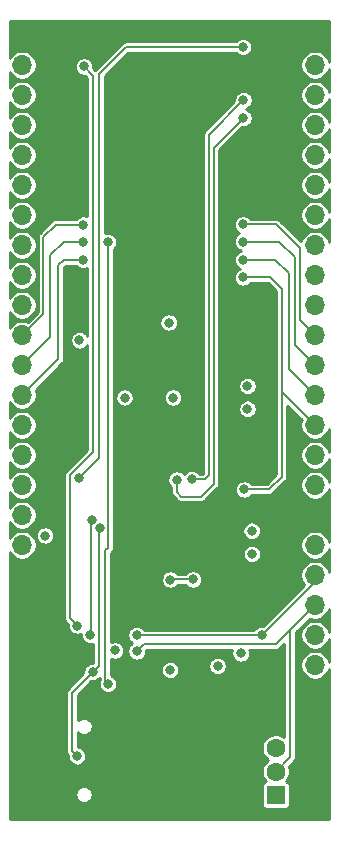
<source format=gbr>
%TF.GenerationSoftware,KiCad,Pcbnew,5.1.5+dfsg1-2build2*%
%TF.CreationDate,2021-06-08T17:36:12+05:30*%
%TF.ProjectId,ESP32-S2,45535033-322d-4533-922e-6b696361645f,rev?*%
%TF.SameCoordinates,Original*%
%TF.FileFunction,Copper,L4,Bot*%
%TF.FilePolarity,Positive*%
%FSLAX46Y46*%
G04 Gerber Fmt 4.6, Leading zero omitted, Abs format (unit mm)*
G04 Created by KiCad (PCBNEW 5.1.5+dfsg1-2build2) date 2021-06-08 17:36:12*
%MOMM*%
%LPD*%
G04 APERTURE LIST*
%ADD10O,2.100000X1.050000*%
%ADD11C,2.150000*%
%ADD12R,1.600000X1.600000*%
%ADD13C,1.600000*%
%ADD14O,1.700000X1.700000*%
%ADD15R,1.700000X1.700000*%
%ADD16C,0.800000*%
%ADD17C,0.200000*%
%ADD18C,0.254000*%
G04 APERTURE END LIST*
D10*
X140024200Y-134394200D03*
X140024200Y-125754200D03*
X144204200Y-134394200D03*
X144204200Y-125754200D03*
D11*
X157192400Y-133750600D03*
X157192400Y-126750600D03*
X162632400Y-126750600D03*
X162632400Y-133750600D03*
D12*
X159912400Y-133020600D03*
D13*
X159912400Y-131020600D03*
X159912400Y-129020600D03*
X159912400Y-127020600D03*
D14*
X163240000Y-122015000D03*
X163240000Y-119475000D03*
X163240000Y-116935000D03*
X163240000Y-114395000D03*
X163240000Y-111855000D03*
X163240000Y-109315000D03*
X163240000Y-106775000D03*
X163240000Y-104235000D03*
X163240000Y-101695000D03*
X163240000Y-99155000D03*
X163240000Y-96615000D03*
X163240000Y-94075000D03*
X163240000Y-91535000D03*
X163240000Y-88995000D03*
X163240000Y-86455000D03*
X163240000Y-83915000D03*
X163240000Y-81375000D03*
X163240000Y-78835000D03*
X163240000Y-76295000D03*
X163240000Y-73755000D03*
X163240000Y-71215000D03*
D15*
X163240000Y-68675000D03*
D14*
X138450000Y-111855000D03*
X138450000Y-109315000D03*
X138450000Y-106775000D03*
X138450000Y-104235000D03*
X138450000Y-101695000D03*
X138450000Y-99155000D03*
X138450000Y-96615000D03*
X138450000Y-94075000D03*
X138450000Y-91535000D03*
X138450000Y-88995000D03*
X138450000Y-86455000D03*
X138450000Y-83915000D03*
X138450000Y-81375000D03*
X138450000Y-78835000D03*
X138450000Y-76295000D03*
X138450000Y-73755000D03*
X138450000Y-71215000D03*
D15*
X138450000Y-68675000D03*
D16*
X147254700Y-73906300D03*
X148754700Y-73906300D03*
X150254700Y-73906300D03*
X151754700Y-73906300D03*
X147254700Y-75406300D03*
X148754700Y-75406300D03*
X150254700Y-75406300D03*
X151754700Y-75406300D03*
X147254700Y-76906300D03*
X148754700Y-76906300D03*
X150254700Y-76906300D03*
X151754700Y-76906300D03*
X147254700Y-78406300D03*
X148754700Y-78406300D03*
X150254700Y-78406300D03*
X151754700Y-78406300D03*
X149765100Y-133134900D03*
X152330500Y-133134900D03*
X153651300Y-127381800D03*
X140481400Y-116193100D03*
X157783314Y-109165486D03*
X138639900Y-122797100D03*
X143669100Y-68212500D03*
X149600000Y-104979000D03*
X140450920Y-120820980D03*
X153930700Y-122037640D03*
X148838000Y-99403700D03*
X146760280Y-106213440D03*
X140412820Y-113307660D03*
X146465081Y-115692720D03*
X148604320Y-125852720D03*
X158972600Y-92085960D03*
X155462320Y-103785200D03*
X146336100Y-118204780D03*
X151212500Y-97052900D03*
X147161600Y-94514200D03*
X143377000Y-104039200D03*
X157524800Y-100300320D03*
X157524800Y-98359760D03*
X157880400Y-110630500D03*
X157893100Y-112599000D03*
X140402660Y-111039440D03*
X150849680Y-93010520D03*
X151212500Y-99352900D03*
X147113340Y-99360520D03*
X143300800Y-94514200D03*
X157141260Y-69680620D03*
X143239522Y-106187722D03*
X143671644Y-71324000D03*
X143115380Y-118661980D03*
X157184440Y-74171340D03*
X152805480Y-106279480D03*
X157174280Y-75680100D03*
X151525320Y-106304880D03*
X143597980Y-87699380D03*
X143608140Y-86188080D03*
X143613220Y-84722500D03*
X145720390Y-86185540D03*
X145726500Y-123599740D03*
X148142040Y-119477320D03*
X158713520Y-119484940D03*
X157123482Y-89185280D03*
X157258100Y-107132920D03*
X157126020Y-87689220D03*
X157123480Y-86147440D03*
X157153960Y-84697100D03*
X152927400Y-114758000D03*
X150997000Y-114770700D03*
X148142040Y-120843840D03*
X143110300Y-129731300D03*
X145020380Y-110442540D03*
X144409902Y-122612665D03*
X144322941Y-109706217D03*
X144215200Y-119444300D03*
X154997500Y-122075740D03*
X156950300Y-121019100D03*
X150984068Y-122428800D03*
X146323400Y-120762560D03*
D17*
X143639521Y-105787723D02*
X143239522Y-106187722D01*
X144984820Y-104442424D02*
X143639521Y-105787723D01*
X144984820Y-71931060D02*
X144984820Y-104442424D01*
X157141260Y-69680620D02*
X147235260Y-69680620D01*
X147235260Y-69680620D02*
X144984820Y-71931060D01*
X142715381Y-118261981D02*
X143115380Y-118661980D01*
X142499481Y-105937799D02*
X142499481Y-118046081D01*
X144451420Y-103985860D02*
X142499481Y-105937799D01*
X143671644Y-71324000D02*
X144451420Y-72103776D01*
X144451420Y-72103776D02*
X144451420Y-103985860D01*
X142499481Y-118046081D02*
X142715381Y-118261981D01*
X154253088Y-77102692D02*
X157184440Y-74171340D01*
X154253088Y-105946932D02*
X154253088Y-77102692D01*
X153920540Y-106279480D02*
X154253088Y-105946932D01*
X152805480Y-106279480D02*
X153920540Y-106279480D01*
X156774281Y-76080099D02*
X157174280Y-75680100D01*
X154653099Y-78201281D02*
X156774281Y-76080099D01*
X154653099Y-106697541D02*
X154653099Y-78201281D01*
X153608120Y-107742520D02*
X154653099Y-106697541D01*
X151921560Y-107742520D02*
X153608120Y-107742520D01*
X151525320Y-107346280D02*
X151921560Y-107742520D01*
X151525320Y-106304880D02*
X151525320Y-107346280D01*
X143597360Y-87700000D02*
X143597980Y-87699380D01*
X141522800Y-88127200D02*
X141950000Y-87700000D01*
X141522800Y-96082200D02*
X141522800Y-88127200D01*
X141950000Y-87700000D02*
X143597360Y-87700000D01*
X138450000Y-99155000D02*
X141522800Y-96082200D01*
X140824300Y-87325700D02*
X141961920Y-86188080D01*
X140824300Y-94240700D02*
X140824300Y-87325700D01*
X141961920Y-86188080D02*
X143608140Y-86188080D01*
X138450000Y-96615000D02*
X140824300Y-94240700D01*
X140240100Y-92284900D02*
X140240100Y-85761360D01*
X138450000Y-94075000D02*
X140240100Y-92284900D01*
X140240100Y-85761360D02*
X141278960Y-84722500D01*
X141278960Y-84722500D02*
X143613220Y-84722500D01*
X145490280Y-123363520D02*
X145726500Y-123599740D01*
X145490280Y-112301820D02*
X145490280Y-123363520D01*
X145720390Y-112071710D02*
X145490280Y-112301820D01*
X145720390Y-86185540D02*
X145720390Y-112071710D01*
X158571280Y-119573840D02*
X158556040Y-119589080D01*
X148142040Y-119477320D02*
X158705900Y-119477320D01*
X158705900Y-119477320D02*
X158713520Y-119484940D01*
X163240000Y-114958460D02*
X163240000Y-114395000D01*
X158713520Y-119484940D02*
X163240000Y-114958460D01*
X160417860Y-90167860D02*
X159435280Y-89185280D01*
X159435280Y-89185280D02*
X157123482Y-89185280D01*
X160417860Y-98872860D02*
X160417860Y-90167860D01*
X163240000Y-101695000D02*
X160417860Y-98872860D01*
X160417860Y-98872860D02*
X160417860Y-104239860D01*
X160417860Y-104239860D02*
X160417860Y-106055960D01*
X159340900Y-107132920D02*
X157258100Y-107132920D01*
X160417860Y-106055960D02*
X159340900Y-107132920D01*
X157136800Y-87700000D02*
X157126020Y-87689220D01*
X159895240Y-87700000D02*
X157136800Y-87700000D01*
X161004600Y-88809360D02*
X159895240Y-87700000D01*
X161004600Y-96919600D02*
X161004600Y-88809360D01*
X163240000Y-99155000D02*
X161004600Y-96919600D01*
X161544389Y-87459389D02*
X160232440Y-86147440D01*
X160232440Y-86147440D02*
X157689165Y-86147440D01*
X163240000Y-96615000D02*
X161544389Y-94919389D01*
X161544389Y-94919389D02*
X161544389Y-87459389D01*
X157689165Y-86147440D02*
X157123480Y-86147440D01*
X161944400Y-86716400D02*
X159925100Y-84697100D01*
X159925100Y-84697100D02*
X157719645Y-84697100D01*
X163240000Y-94075000D02*
X161944400Y-92779400D01*
X161944400Y-92779400D02*
X161944400Y-86716400D01*
X157719645Y-84697100D02*
X157153960Y-84697100D01*
X152927400Y-114758000D02*
X151009700Y-114758000D01*
X151009700Y-114758000D02*
X150997000Y-114770700D01*
X161126520Y-129806480D02*
X161126520Y-121097840D01*
X159912400Y-131020600D02*
X161126520Y-129806480D01*
X163240000Y-116935000D02*
X161126520Y-119048480D01*
X161131600Y-119058220D02*
X161126520Y-121097840D01*
X161126520Y-119048480D02*
X161131600Y-119058220D01*
X159937800Y-120252020D02*
X161131600Y-119058220D01*
X148733860Y-120252020D02*
X159937800Y-120252020D01*
X148142040Y-120843840D02*
X148733860Y-120252020D01*
X144009903Y-123012664D02*
X144409902Y-122612665D01*
X143110300Y-129731300D02*
X142653100Y-129274100D01*
X142653100Y-124369467D02*
X144009903Y-123012664D01*
X142653100Y-129274100D02*
X142653100Y-124369467D01*
X144809901Y-122212666D02*
X144409902Y-122612665D01*
X144941640Y-122080927D02*
X144809901Y-122212666D01*
X144941640Y-110521280D02*
X144941640Y-122080927D01*
X145020380Y-110442540D02*
X144941640Y-110521280D01*
X144266000Y-119393500D02*
X144215200Y-119444300D01*
X144266000Y-109763158D02*
X144266000Y-119393500D01*
X144322941Y-109706217D02*
X144266000Y-109763158D01*
D18*
G36*
X164434400Y-70909758D02*
G01*
X164423693Y-70855931D01*
X164330898Y-70631903D01*
X164196180Y-70430283D01*
X164024717Y-70258820D01*
X163823097Y-70124102D01*
X163599069Y-70031307D01*
X163361243Y-69984000D01*
X163118757Y-69984000D01*
X162880931Y-70031307D01*
X162656903Y-70124102D01*
X162455283Y-70258820D01*
X162283820Y-70430283D01*
X162149102Y-70631903D01*
X162056307Y-70855931D01*
X162009000Y-71093757D01*
X162009000Y-71336243D01*
X162056307Y-71574069D01*
X162149102Y-71798097D01*
X162283820Y-71999717D01*
X162455283Y-72171180D01*
X162656903Y-72305898D01*
X162880931Y-72398693D01*
X163118757Y-72446000D01*
X163361243Y-72446000D01*
X163599069Y-72398693D01*
X163823097Y-72305898D01*
X164024717Y-72171180D01*
X164196180Y-71999717D01*
X164330898Y-71798097D01*
X164423693Y-71574069D01*
X164434400Y-71520241D01*
X164434400Y-73449759D01*
X164423693Y-73395931D01*
X164330898Y-73171903D01*
X164196180Y-72970283D01*
X164024717Y-72798820D01*
X163823097Y-72664102D01*
X163599069Y-72571307D01*
X163361243Y-72524000D01*
X163118757Y-72524000D01*
X162880931Y-72571307D01*
X162656903Y-72664102D01*
X162455283Y-72798820D01*
X162283820Y-72970283D01*
X162149102Y-73171903D01*
X162056307Y-73395931D01*
X162009000Y-73633757D01*
X162009000Y-73876243D01*
X162056307Y-74114069D01*
X162149102Y-74338097D01*
X162283820Y-74539717D01*
X162455283Y-74711180D01*
X162656903Y-74845898D01*
X162880931Y-74938693D01*
X163118757Y-74986000D01*
X163361243Y-74986000D01*
X163599069Y-74938693D01*
X163823097Y-74845898D01*
X164024717Y-74711180D01*
X164196180Y-74539717D01*
X164330898Y-74338097D01*
X164423693Y-74114069D01*
X164434400Y-74060241D01*
X164434400Y-75989759D01*
X164423693Y-75935931D01*
X164330898Y-75711903D01*
X164196180Y-75510283D01*
X164024717Y-75338820D01*
X163823097Y-75204102D01*
X163599069Y-75111307D01*
X163361243Y-75064000D01*
X163118757Y-75064000D01*
X162880931Y-75111307D01*
X162656903Y-75204102D01*
X162455283Y-75338820D01*
X162283820Y-75510283D01*
X162149102Y-75711903D01*
X162056307Y-75935931D01*
X162009000Y-76173757D01*
X162009000Y-76416243D01*
X162056307Y-76654069D01*
X162149102Y-76878097D01*
X162283820Y-77079717D01*
X162455283Y-77251180D01*
X162656903Y-77385898D01*
X162880931Y-77478693D01*
X163118757Y-77526000D01*
X163361243Y-77526000D01*
X163599069Y-77478693D01*
X163823097Y-77385898D01*
X164024717Y-77251180D01*
X164196180Y-77079717D01*
X164330898Y-76878097D01*
X164423693Y-76654069D01*
X164434400Y-76600241D01*
X164434400Y-78529759D01*
X164423693Y-78475931D01*
X164330898Y-78251903D01*
X164196180Y-78050283D01*
X164024717Y-77878820D01*
X163823097Y-77744102D01*
X163599069Y-77651307D01*
X163361243Y-77604000D01*
X163118757Y-77604000D01*
X162880931Y-77651307D01*
X162656903Y-77744102D01*
X162455283Y-77878820D01*
X162283820Y-78050283D01*
X162149102Y-78251903D01*
X162056307Y-78475931D01*
X162009000Y-78713757D01*
X162009000Y-78956243D01*
X162056307Y-79194069D01*
X162149102Y-79418097D01*
X162283820Y-79619717D01*
X162455283Y-79791180D01*
X162656903Y-79925898D01*
X162880931Y-80018693D01*
X163118757Y-80066000D01*
X163361243Y-80066000D01*
X163599069Y-80018693D01*
X163823097Y-79925898D01*
X164024717Y-79791180D01*
X164196180Y-79619717D01*
X164330898Y-79418097D01*
X164423693Y-79194069D01*
X164434400Y-79140241D01*
X164434400Y-81069759D01*
X164423693Y-81015931D01*
X164330898Y-80791903D01*
X164196180Y-80590283D01*
X164024717Y-80418820D01*
X163823097Y-80284102D01*
X163599069Y-80191307D01*
X163361243Y-80144000D01*
X163118757Y-80144000D01*
X162880931Y-80191307D01*
X162656903Y-80284102D01*
X162455283Y-80418820D01*
X162283820Y-80590283D01*
X162149102Y-80791903D01*
X162056307Y-81015931D01*
X162009000Y-81253757D01*
X162009000Y-81496243D01*
X162056307Y-81734069D01*
X162149102Y-81958097D01*
X162283820Y-82159717D01*
X162455283Y-82331180D01*
X162656903Y-82465898D01*
X162880931Y-82558693D01*
X163118757Y-82606000D01*
X163361243Y-82606000D01*
X163599069Y-82558693D01*
X163823097Y-82465898D01*
X164024717Y-82331180D01*
X164196180Y-82159717D01*
X164330898Y-81958097D01*
X164423693Y-81734069D01*
X164434400Y-81680241D01*
X164434400Y-83609759D01*
X164423693Y-83555931D01*
X164330898Y-83331903D01*
X164196180Y-83130283D01*
X164024717Y-82958820D01*
X163823097Y-82824102D01*
X163599069Y-82731307D01*
X163361243Y-82684000D01*
X163118757Y-82684000D01*
X162880931Y-82731307D01*
X162656903Y-82824102D01*
X162455283Y-82958820D01*
X162283820Y-83130283D01*
X162149102Y-83331903D01*
X162056307Y-83555931D01*
X162009000Y-83793757D01*
X162009000Y-84036243D01*
X162056307Y-84274069D01*
X162149102Y-84498097D01*
X162283820Y-84699717D01*
X162455283Y-84871180D01*
X162656903Y-85005898D01*
X162880931Y-85098693D01*
X163118757Y-85146000D01*
X163361243Y-85146000D01*
X163599069Y-85098693D01*
X163823097Y-85005898D01*
X164024717Y-84871180D01*
X164196180Y-84699717D01*
X164330898Y-84498097D01*
X164423693Y-84274069D01*
X164434400Y-84220241D01*
X164434400Y-86149760D01*
X164423693Y-86095931D01*
X164330898Y-85871903D01*
X164196180Y-85670283D01*
X164024717Y-85498820D01*
X163823097Y-85364102D01*
X163599069Y-85271307D01*
X163361243Y-85224000D01*
X163118757Y-85224000D01*
X162880931Y-85271307D01*
X162656903Y-85364102D01*
X162455283Y-85498820D01*
X162283820Y-85670283D01*
X162149102Y-85871903D01*
X162056307Y-86095931D01*
X162047656Y-86139420D01*
X160281930Y-84373694D01*
X160266864Y-84355336D01*
X160193622Y-84295228D01*
X160110061Y-84250564D01*
X160019392Y-84223060D01*
X159948726Y-84216100D01*
X159925100Y-84213773D01*
X159901474Y-84216100D01*
X157771867Y-84216100D01*
X157760602Y-84199241D01*
X157651819Y-84090458D01*
X157523902Y-84004987D01*
X157381769Y-83946113D01*
X157230882Y-83916100D01*
X157077038Y-83916100D01*
X156926151Y-83946113D01*
X156784018Y-84004987D01*
X156656101Y-84090458D01*
X156547318Y-84199241D01*
X156461847Y-84327158D01*
X156402973Y-84469291D01*
X156372960Y-84620178D01*
X156372960Y-84774022D01*
X156402973Y-84924909D01*
X156461847Y-85067042D01*
X156547318Y-85194959D01*
X156656101Y-85303742D01*
X156784018Y-85389213D01*
X156848584Y-85415957D01*
X156753538Y-85455327D01*
X156625621Y-85540798D01*
X156516838Y-85649581D01*
X156431367Y-85777498D01*
X156372493Y-85919631D01*
X156342480Y-86070518D01*
X156342480Y-86224362D01*
X156372493Y-86375249D01*
X156431367Y-86517382D01*
X156516838Y-86645299D01*
X156625621Y-86754082D01*
X156753538Y-86839553D01*
X156895671Y-86898427D01*
X156997001Y-86918583D01*
X156898211Y-86938233D01*
X156756078Y-86997107D01*
X156628161Y-87082578D01*
X156519378Y-87191361D01*
X156433907Y-87319278D01*
X156375033Y-87461411D01*
X156345020Y-87612298D01*
X156345020Y-87766142D01*
X156375033Y-87917029D01*
X156433907Y-88059162D01*
X156519378Y-88187079D01*
X156628161Y-88295862D01*
X156756078Y-88381333D01*
X156889803Y-88436724D01*
X156753540Y-88493167D01*
X156625623Y-88578638D01*
X156516840Y-88687421D01*
X156431369Y-88815338D01*
X156372495Y-88957471D01*
X156342482Y-89108358D01*
X156342482Y-89262202D01*
X156372495Y-89413089D01*
X156431369Y-89555222D01*
X156516840Y-89683139D01*
X156625623Y-89791922D01*
X156753540Y-89877393D01*
X156895673Y-89936267D01*
X157046560Y-89966280D01*
X157200404Y-89966280D01*
X157351291Y-89936267D01*
X157493424Y-89877393D01*
X157621341Y-89791922D01*
X157730124Y-89683139D01*
X157741389Y-89666280D01*
X159236044Y-89666280D01*
X159936861Y-90367098D01*
X159936860Y-98849234D01*
X159934533Y-98872860D01*
X159936860Y-98896485D01*
X159936861Y-104216225D01*
X159936860Y-104216235D01*
X159936861Y-105856722D01*
X159141664Y-106651920D01*
X157876007Y-106651920D01*
X157864742Y-106635061D01*
X157755959Y-106526278D01*
X157628042Y-106440807D01*
X157485909Y-106381933D01*
X157335022Y-106351920D01*
X157181178Y-106351920D01*
X157030291Y-106381933D01*
X156888158Y-106440807D01*
X156760241Y-106526278D01*
X156651458Y-106635061D01*
X156565987Y-106762978D01*
X156507113Y-106905111D01*
X156477100Y-107055998D01*
X156477100Y-107209842D01*
X156507113Y-107360729D01*
X156565987Y-107502862D01*
X156651458Y-107630779D01*
X156760241Y-107739562D01*
X156888158Y-107825033D01*
X157030291Y-107883907D01*
X157181178Y-107913920D01*
X157335022Y-107913920D01*
X157485909Y-107883907D01*
X157628042Y-107825033D01*
X157755959Y-107739562D01*
X157864742Y-107630779D01*
X157876007Y-107613920D01*
X159317274Y-107613920D01*
X159340900Y-107616247D01*
X159364526Y-107613920D01*
X159435192Y-107606960D01*
X159525861Y-107579456D01*
X159609422Y-107534792D01*
X159682664Y-107474684D01*
X159697730Y-107456326D01*
X160741272Y-106412785D01*
X160759624Y-106397724D01*
X160819732Y-106324482D01*
X160864396Y-106240921D01*
X160891900Y-106150252D01*
X160898860Y-106079586D01*
X160898860Y-106079577D01*
X160901186Y-106055961D01*
X160898860Y-106032345D01*
X160898860Y-100034096D01*
X162098597Y-101233834D01*
X162056307Y-101335931D01*
X162009000Y-101573757D01*
X162009000Y-101816243D01*
X162056307Y-102054069D01*
X162149102Y-102278097D01*
X162283820Y-102479717D01*
X162455283Y-102651180D01*
X162656903Y-102785898D01*
X162880931Y-102878693D01*
X163118757Y-102926000D01*
X163361243Y-102926000D01*
X163599069Y-102878693D01*
X163823097Y-102785898D01*
X164024717Y-102651180D01*
X164196180Y-102479717D01*
X164330898Y-102278097D01*
X164423693Y-102054069D01*
X164434401Y-102000239D01*
X164434401Y-103929761D01*
X164423693Y-103875931D01*
X164330898Y-103651903D01*
X164196180Y-103450283D01*
X164024717Y-103278820D01*
X163823097Y-103144102D01*
X163599069Y-103051307D01*
X163361243Y-103004000D01*
X163118757Y-103004000D01*
X162880931Y-103051307D01*
X162656903Y-103144102D01*
X162455283Y-103278820D01*
X162283820Y-103450283D01*
X162149102Y-103651903D01*
X162056307Y-103875931D01*
X162009000Y-104113757D01*
X162009000Y-104356243D01*
X162056307Y-104594069D01*
X162149102Y-104818097D01*
X162283820Y-105019717D01*
X162455283Y-105191180D01*
X162656903Y-105325898D01*
X162880931Y-105418693D01*
X163118757Y-105466000D01*
X163361243Y-105466000D01*
X163599069Y-105418693D01*
X163823097Y-105325898D01*
X164024717Y-105191180D01*
X164196180Y-105019717D01*
X164330898Y-104818097D01*
X164423693Y-104594069D01*
X164434401Y-104540239D01*
X164434401Y-106469761D01*
X164423693Y-106415931D01*
X164330898Y-106191903D01*
X164196180Y-105990283D01*
X164024717Y-105818820D01*
X163823097Y-105684102D01*
X163599069Y-105591307D01*
X163361243Y-105544000D01*
X163118757Y-105544000D01*
X162880931Y-105591307D01*
X162656903Y-105684102D01*
X162455283Y-105818820D01*
X162283820Y-105990283D01*
X162149102Y-106191903D01*
X162056307Y-106415931D01*
X162009000Y-106653757D01*
X162009000Y-106896243D01*
X162056307Y-107134069D01*
X162149102Y-107358097D01*
X162283820Y-107559717D01*
X162455283Y-107731180D01*
X162656903Y-107865898D01*
X162880931Y-107958693D01*
X163118757Y-108006000D01*
X163361243Y-108006000D01*
X163599069Y-107958693D01*
X163823097Y-107865898D01*
X164024717Y-107731180D01*
X164196180Y-107559717D01*
X164330898Y-107358097D01*
X164423693Y-107134069D01*
X164434401Y-107080239D01*
X164434401Y-111549761D01*
X164423693Y-111495931D01*
X164330898Y-111271903D01*
X164196180Y-111070283D01*
X164024717Y-110898820D01*
X163823097Y-110764102D01*
X163599069Y-110671307D01*
X163361243Y-110624000D01*
X163118757Y-110624000D01*
X162880931Y-110671307D01*
X162656903Y-110764102D01*
X162455283Y-110898820D01*
X162283820Y-111070283D01*
X162149102Y-111271903D01*
X162056307Y-111495931D01*
X162009000Y-111733757D01*
X162009000Y-111976243D01*
X162056307Y-112214069D01*
X162149102Y-112438097D01*
X162283820Y-112639717D01*
X162455283Y-112811180D01*
X162656903Y-112945898D01*
X162880931Y-113038693D01*
X163118757Y-113086000D01*
X163361243Y-113086000D01*
X163599069Y-113038693D01*
X163823097Y-112945898D01*
X164024717Y-112811180D01*
X164196180Y-112639717D01*
X164330898Y-112438097D01*
X164423693Y-112214069D01*
X164434401Y-112160238D01*
X164434401Y-114089762D01*
X164423693Y-114035931D01*
X164330898Y-113811903D01*
X164196180Y-113610283D01*
X164024717Y-113438820D01*
X163823097Y-113304102D01*
X163599069Y-113211307D01*
X163361243Y-113164000D01*
X163118757Y-113164000D01*
X162880931Y-113211307D01*
X162656903Y-113304102D01*
X162455283Y-113438820D01*
X162283820Y-113610283D01*
X162149102Y-113811903D01*
X162056307Y-114035931D01*
X162009000Y-114273757D01*
X162009000Y-114516243D01*
X162056307Y-114754069D01*
X162149102Y-114978097D01*
X162283820Y-115179717D01*
X162311163Y-115207060D01*
X158810328Y-118707896D01*
X158790442Y-118703940D01*
X158636598Y-118703940D01*
X158485711Y-118733953D01*
X158343578Y-118792827D01*
X158215661Y-118878298D01*
X158106878Y-118987081D01*
X158100705Y-118996320D01*
X148759947Y-118996320D01*
X148748682Y-118979461D01*
X148639899Y-118870678D01*
X148511982Y-118785207D01*
X148369849Y-118726333D01*
X148218962Y-118696320D01*
X148065118Y-118696320D01*
X147914231Y-118726333D01*
X147772098Y-118785207D01*
X147644181Y-118870678D01*
X147535398Y-118979461D01*
X147449927Y-119107378D01*
X147391053Y-119249511D01*
X147361040Y-119400398D01*
X147361040Y-119554242D01*
X147391053Y-119705129D01*
X147449927Y-119847262D01*
X147535398Y-119975179D01*
X147644181Y-120083962D01*
X147758848Y-120160580D01*
X147644181Y-120237198D01*
X147535398Y-120345981D01*
X147449927Y-120473898D01*
X147391053Y-120616031D01*
X147361040Y-120766918D01*
X147361040Y-120920762D01*
X147391053Y-121071649D01*
X147449927Y-121213782D01*
X147535398Y-121341699D01*
X147644181Y-121450482D01*
X147772098Y-121535953D01*
X147914231Y-121594827D01*
X148065118Y-121624840D01*
X148218962Y-121624840D01*
X148369849Y-121594827D01*
X148511982Y-121535953D01*
X148639899Y-121450482D01*
X148748682Y-121341699D01*
X148834153Y-121213782D01*
X148893027Y-121071649D01*
X148923040Y-120920762D01*
X148923040Y-120766918D01*
X148919085Y-120747032D01*
X148933097Y-120733020D01*
X156223450Y-120733020D01*
X156199313Y-120791291D01*
X156169300Y-120942178D01*
X156169300Y-121096022D01*
X156199313Y-121246909D01*
X156258187Y-121389042D01*
X156343658Y-121516959D01*
X156452441Y-121625742D01*
X156580358Y-121711213D01*
X156722491Y-121770087D01*
X156873378Y-121800100D01*
X157027222Y-121800100D01*
X157178109Y-121770087D01*
X157320242Y-121711213D01*
X157448159Y-121625742D01*
X157556942Y-121516959D01*
X157642413Y-121389042D01*
X157701287Y-121246909D01*
X157731300Y-121096022D01*
X157731300Y-120942178D01*
X157701287Y-120791291D01*
X157677150Y-120733020D01*
X159914174Y-120733020D01*
X159937800Y-120735347D01*
X159961426Y-120733020D01*
X160032092Y-120726060D01*
X160122761Y-120698556D01*
X160206322Y-120653892D01*
X160279564Y-120593784D01*
X160294630Y-120575426D01*
X160647700Y-120222357D01*
X160645579Y-121073623D01*
X160645521Y-121074214D01*
X160645521Y-121096982D01*
X160645463Y-121120267D01*
X160645521Y-121120871D01*
X160645520Y-128090080D01*
X160471813Y-127974012D01*
X160256885Y-127884986D01*
X160028718Y-127839600D01*
X159796082Y-127839600D01*
X159567915Y-127884986D01*
X159352987Y-127974012D01*
X159159557Y-128103258D01*
X158995058Y-128267757D01*
X158865812Y-128461187D01*
X158776786Y-128676115D01*
X158731400Y-128904282D01*
X158731400Y-129136918D01*
X158776786Y-129365085D01*
X158865812Y-129580013D01*
X158995058Y-129773443D01*
X159159557Y-129937942D01*
X159283263Y-130020600D01*
X159159557Y-130103258D01*
X158995058Y-130267757D01*
X158865812Y-130461187D01*
X158776786Y-130676115D01*
X158731400Y-130904282D01*
X158731400Y-131136918D01*
X158776786Y-131365085D01*
X158865812Y-131580013D01*
X158995058Y-131773443D01*
X159064126Y-131842511D01*
X159037711Y-131845113D01*
X158965892Y-131866899D01*
X158899704Y-131902278D01*
X158841689Y-131949889D01*
X158794078Y-132007904D01*
X158758699Y-132074092D01*
X158736913Y-132145911D01*
X158729557Y-132220600D01*
X158729557Y-133820600D01*
X158736913Y-133895289D01*
X158758699Y-133967108D01*
X158794078Y-134033296D01*
X158841689Y-134091311D01*
X158899704Y-134138922D01*
X158965892Y-134174301D01*
X159037711Y-134196087D01*
X159112400Y-134203443D01*
X160712400Y-134203443D01*
X160787089Y-134196087D01*
X160858908Y-134174301D01*
X160925096Y-134138922D01*
X160983111Y-134091311D01*
X161030722Y-134033296D01*
X161066101Y-133967108D01*
X161087887Y-133895289D01*
X161095243Y-133820600D01*
X161095243Y-132220600D01*
X161087887Y-132145911D01*
X161066101Y-132074092D01*
X161030722Y-132007904D01*
X160983111Y-131949889D01*
X160925096Y-131902278D01*
X160858908Y-131866899D01*
X160787089Y-131845113D01*
X160760674Y-131842511D01*
X160829742Y-131773443D01*
X160958988Y-131580013D01*
X161048014Y-131365085D01*
X161093400Y-131136918D01*
X161093400Y-130904282D01*
X161048014Y-130676115D01*
X161015534Y-130597702D01*
X161449932Y-130163305D01*
X161468284Y-130148244D01*
X161528392Y-130075002D01*
X161573056Y-129991441D01*
X161592216Y-129928277D01*
X161600560Y-129900773D01*
X161609847Y-129806480D01*
X161607520Y-129782854D01*
X161607520Y-121098173D01*
X161612141Y-119243095D01*
X162778834Y-118076403D01*
X162880931Y-118118693D01*
X163118757Y-118166000D01*
X163361243Y-118166000D01*
X163599069Y-118118693D01*
X163823097Y-118025898D01*
X164024717Y-117891180D01*
X164196180Y-117719717D01*
X164330898Y-117518097D01*
X164423693Y-117294069D01*
X164434401Y-117240238D01*
X164434401Y-119169762D01*
X164423693Y-119115931D01*
X164330898Y-118891903D01*
X164196180Y-118690283D01*
X164024717Y-118518820D01*
X163823097Y-118384102D01*
X163599069Y-118291307D01*
X163361243Y-118244000D01*
X163118757Y-118244000D01*
X162880931Y-118291307D01*
X162656903Y-118384102D01*
X162455283Y-118518820D01*
X162283820Y-118690283D01*
X162149102Y-118891903D01*
X162056307Y-119115931D01*
X162009000Y-119353757D01*
X162009000Y-119596243D01*
X162056307Y-119834069D01*
X162149102Y-120058097D01*
X162283820Y-120259717D01*
X162455283Y-120431180D01*
X162656903Y-120565898D01*
X162880931Y-120658693D01*
X163118757Y-120706000D01*
X163361243Y-120706000D01*
X163599069Y-120658693D01*
X163823097Y-120565898D01*
X164024717Y-120431180D01*
X164196180Y-120259717D01*
X164330898Y-120058097D01*
X164423693Y-119834069D01*
X164434401Y-119780238D01*
X164434401Y-121709762D01*
X164423693Y-121655931D01*
X164330898Y-121431903D01*
X164196180Y-121230283D01*
X164024717Y-121058820D01*
X163823097Y-120924102D01*
X163599069Y-120831307D01*
X163361243Y-120784000D01*
X163118757Y-120784000D01*
X162880931Y-120831307D01*
X162656903Y-120924102D01*
X162455283Y-121058820D01*
X162283820Y-121230283D01*
X162149102Y-121431903D01*
X162056307Y-121655931D01*
X162009000Y-121893757D01*
X162009000Y-122136243D01*
X162056307Y-122374069D01*
X162149102Y-122598097D01*
X162283820Y-122799717D01*
X162455283Y-122971180D01*
X162656903Y-123105898D01*
X162880931Y-123198693D01*
X163118757Y-123246000D01*
X163361243Y-123246000D01*
X163599069Y-123198693D01*
X163823097Y-123105898D01*
X164024717Y-122971180D01*
X164196180Y-122799717D01*
X164330898Y-122598097D01*
X164423693Y-122374069D01*
X164434401Y-122320238D01*
X164434401Y-135078800D01*
X137381800Y-135078800D01*
X137381800Y-132892203D01*
X142943200Y-132892203D01*
X142943200Y-133036197D01*
X142971292Y-133177425D01*
X143026396Y-133310458D01*
X143106395Y-133430185D01*
X143208215Y-133532005D01*
X143327942Y-133612004D01*
X143460975Y-133667108D01*
X143602203Y-133695200D01*
X143746197Y-133695200D01*
X143887425Y-133667108D01*
X144020458Y-133612004D01*
X144140185Y-133532005D01*
X144242005Y-133430185D01*
X144322004Y-133310458D01*
X144377108Y-133177425D01*
X144405200Y-133036197D01*
X144405200Y-132892203D01*
X144377108Y-132750975D01*
X144322004Y-132617942D01*
X144242005Y-132498215D01*
X144140185Y-132396395D01*
X144020458Y-132316396D01*
X143887425Y-132261292D01*
X143746197Y-132233200D01*
X143602203Y-132233200D01*
X143460975Y-132261292D01*
X143327942Y-132316396D01*
X143208215Y-132396395D01*
X143106395Y-132498215D01*
X143026396Y-132617942D01*
X142971292Y-132750975D01*
X142943200Y-132892203D01*
X137381800Y-132892203D01*
X137381800Y-112472067D01*
X137493820Y-112639717D01*
X137665283Y-112811180D01*
X137866903Y-112945898D01*
X138090931Y-113038693D01*
X138328757Y-113086000D01*
X138571243Y-113086000D01*
X138809069Y-113038693D01*
X139033097Y-112945898D01*
X139234717Y-112811180D01*
X139406180Y-112639717D01*
X139540898Y-112438097D01*
X139633693Y-112214069D01*
X139681000Y-111976243D01*
X139681000Y-111733757D01*
X139633693Y-111495931D01*
X139540898Y-111271903D01*
X139406180Y-111070283D01*
X139298415Y-110962518D01*
X139621660Y-110962518D01*
X139621660Y-111116362D01*
X139651673Y-111267249D01*
X139710547Y-111409382D01*
X139796018Y-111537299D01*
X139904801Y-111646082D01*
X140032718Y-111731553D01*
X140174851Y-111790427D01*
X140325738Y-111820440D01*
X140479582Y-111820440D01*
X140630469Y-111790427D01*
X140772602Y-111731553D01*
X140900519Y-111646082D01*
X141009302Y-111537299D01*
X141094773Y-111409382D01*
X141153647Y-111267249D01*
X141183660Y-111116362D01*
X141183660Y-110962518D01*
X141153647Y-110811631D01*
X141094773Y-110669498D01*
X141009302Y-110541581D01*
X140900519Y-110432798D01*
X140772602Y-110347327D01*
X140630469Y-110288453D01*
X140479582Y-110258440D01*
X140325738Y-110258440D01*
X140174851Y-110288453D01*
X140032718Y-110347327D01*
X139904801Y-110432798D01*
X139796018Y-110541581D01*
X139710547Y-110669498D01*
X139651673Y-110811631D01*
X139621660Y-110962518D01*
X139298415Y-110962518D01*
X139234717Y-110898820D01*
X139033097Y-110764102D01*
X138809069Y-110671307D01*
X138571243Y-110624000D01*
X138328757Y-110624000D01*
X138090931Y-110671307D01*
X137866903Y-110764102D01*
X137665283Y-110898820D01*
X137493820Y-111070283D01*
X137381800Y-111237933D01*
X137381800Y-109932067D01*
X137493820Y-110099717D01*
X137665283Y-110271180D01*
X137866903Y-110405898D01*
X138090931Y-110498693D01*
X138328757Y-110546000D01*
X138571243Y-110546000D01*
X138809069Y-110498693D01*
X139033097Y-110405898D01*
X139234717Y-110271180D01*
X139406180Y-110099717D01*
X139540898Y-109898097D01*
X139633693Y-109674069D01*
X139681000Y-109436243D01*
X139681000Y-109193757D01*
X139633693Y-108955931D01*
X139540898Y-108731903D01*
X139406180Y-108530283D01*
X139234717Y-108358820D01*
X139033097Y-108224102D01*
X138809069Y-108131307D01*
X138571243Y-108084000D01*
X138328757Y-108084000D01*
X138090931Y-108131307D01*
X137866903Y-108224102D01*
X137665283Y-108358820D01*
X137493820Y-108530283D01*
X137381800Y-108697933D01*
X137381800Y-107392067D01*
X137493820Y-107559717D01*
X137665283Y-107731180D01*
X137866903Y-107865898D01*
X138090931Y-107958693D01*
X138328757Y-108006000D01*
X138571243Y-108006000D01*
X138809069Y-107958693D01*
X139033097Y-107865898D01*
X139234717Y-107731180D01*
X139406180Y-107559717D01*
X139540898Y-107358097D01*
X139633693Y-107134069D01*
X139681000Y-106896243D01*
X139681000Y-106653757D01*
X139633693Y-106415931D01*
X139540898Y-106191903D01*
X139406180Y-105990283D01*
X139234717Y-105818820D01*
X139033097Y-105684102D01*
X138809069Y-105591307D01*
X138571243Y-105544000D01*
X138328757Y-105544000D01*
X138090931Y-105591307D01*
X137866903Y-105684102D01*
X137665283Y-105818820D01*
X137493820Y-105990283D01*
X137381800Y-106157933D01*
X137381800Y-104852067D01*
X137493820Y-105019717D01*
X137665283Y-105191180D01*
X137866903Y-105325898D01*
X138090931Y-105418693D01*
X138328757Y-105466000D01*
X138571243Y-105466000D01*
X138809069Y-105418693D01*
X139033097Y-105325898D01*
X139234717Y-105191180D01*
X139406180Y-105019717D01*
X139540898Y-104818097D01*
X139633693Y-104594069D01*
X139681000Y-104356243D01*
X139681000Y-104113757D01*
X139633693Y-103875931D01*
X139540898Y-103651903D01*
X139406180Y-103450283D01*
X139234717Y-103278820D01*
X139033097Y-103144102D01*
X138809069Y-103051307D01*
X138571243Y-103004000D01*
X138328757Y-103004000D01*
X138090931Y-103051307D01*
X137866903Y-103144102D01*
X137665283Y-103278820D01*
X137493820Y-103450283D01*
X137381800Y-103617933D01*
X137381800Y-102312067D01*
X137493820Y-102479717D01*
X137665283Y-102651180D01*
X137866903Y-102785898D01*
X138090931Y-102878693D01*
X138328757Y-102926000D01*
X138571243Y-102926000D01*
X138809069Y-102878693D01*
X139033097Y-102785898D01*
X139234717Y-102651180D01*
X139406180Y-102479717D01*
X139540898Y-102278097D01*
X139633693Y-102054069D01*
X139681000Y-101816243D01*
X139681000Y-101573757D01*
X139633693Y-101335931D01*
X139540898Y-101111903D01*
X139406180Y-100910283D01*
X139234717Y-100738820D01*
X139033097Y-100604102D01*
X138809069Y-100511307D01*
X138571243Y-100464000D01*
X138328757Y-100464000D01*
X138090931Y-100511307D01*
X137866903Y-100604102D01*
X137665283Y-100738820D01*
X137493820Y-100910283D01*
X137381800Y-101077933D01*
X137381800Y-99772067D01*
X137493820Y-99939717D01*
X137665283Y-100111180D01*
X137866903Y-100245898D01*
X138090931Y-100338693D01*
X138328757Y-100386000D01*
X138571243Y-100386000D01*
X138809069Y-100338693D01*
X139033097Y-100245898D01*
X139234717Y-100111180D01*
X139406180Y-99939717D01*
X139540898Y-99738097D01*
X139633693Y-99514069D01*
X139681000Y-99276243D01*
X139681000Y-99033757D01*
X139633693Y-98795931D01*
X139591403Y-98693833D01*
X141846212Y-96439025D01*
X141864564Y-96423964D01*
X141924672Y-96350722D01*
X141969336Y-96267161D01*
X141996840Y-96176492D01*
X142003800Y-96105826D01*
X142003800Y-96105817D01*
X142006126Y-96082201D01*
X142003800Y-96058585D01*
X142003800Y-88326436D01*
X142149237Y-88181000D01*
X142980487Y-88181000D01*
X142991338Y-88197239D01*
X143100121Y-88306022D01*
X143228038Y-88391493D01*
X143370171Y-88450367D01*
X143521058Y-88480380D01*
X143674902Y-88480380D01*
X143825789Y-88450367D01*
X143967922Y-88391493D01*
X143970421Y-88389824D01*
X143970421Y-94110596D01*
X143907442Y-94016341D01*
X143798659Y-93907558D01*
X143670742Y-93822087D01*
X143528609Y-93763213D01*
X143377722Y-93733200D01*
X143223878Y-93733200D01*
X143072991Y-93763213D01*
X142930858Y-93822087D01*
X142802941Y-93907558D01*
X142694158Y-94016341D01*
X142608687Y-94144258D01*
X142549813Y-94286391D01*
X142519800Y-94437278D01*
X142519800Y-94591122D01*
X142549813Y-94742009D01*
X142608687Y-94884142D01*
X142694158Y-95012059D01*
X142802941Y-95120842D01*
X142930858Y-95206313D01*
X143072991Y-95265187D01*
X143223878Y-95295200D01*
X143377722Y-95295200D01*
X143528609Y-95265187D01*
X143670742Y-95206313D01*
X143798659Y-95120842D01*
X143907442Y-95012059D01*
X143970421Y-94917804D01*
X143970421Y-103786623D01*
X142176075Y-105580969D01*
X142157717Y-105596035D01*
X142097609Y-105669277D01*
X142052945Y-105752839D01*
X142050175Y-105761971D01*
X142025441Y-105843507D01*
X142016154Y-105937799D01*
X142018481Y-105961425D01*
X142018482Y-118022445D01*
X142016154Y-118046081D01*
X142025441Y-118140373D01*
X142052946Y-118231042D01*
X142097610Y-118314603D01*
X142157718Y-118387845D01*
X142176070Y-118402906D01*
X142338336Y-118565172D01*
X142334380Y-118585058D01*
X142334380Y-118738902D01*
X142364393Y-118889789D01*
X142423267Y-119031922D01*
X142508738Y-119159839D01*
X142617521Y-119268622D01*
X142745438Y-119354093D01*
X142887571Y-119412967D01*
X143038458Y-119442980D01*
X143192302Y-119442980D01*
X143343189Y-119412967D01*
X143434200Y-119375269D01*
X143434200Y-119521222D01*
X143464213Y-119672109D01*
X143523087Y-119814242D01*
X143608558Y-119942159D01*
X143717341Y-120050942D01*
X143845258Y-120136413D01*
X143987391Y-120195287D01*
X144138278Y-120225300D01*
X144292122Y-120225300D01*
X144443009Y-120195287D01*
X144460641Y-120187984D01*
X144460641Y-121831665D01*
X144332980Y-121831665D01*
X144182093Y-121861678D01*
X144039960Y-121920552D01*
X143912043Y-122006023D01*
X143803260Y-122114806D01*
X143717789Y-122242723D01*
X143658915Y-122384856D01*
X143628902Y-122535743D01*
X143628902Y-122689587D01*
X143632857Y-122709473D01*
X142329689Y-124012642D01*
X142311337Y-124027703D01*
X142296276Y-124046055D01*
X142251229Y-124100945D01*
X142206565Y-124184506D01*
X142179060Y-124275175D01*
X142169773Y-124369467D01*
X142172101Y-124393103D01*
X142172100Y-129250474D01*
X142169773Y-129274100D01*
X142172100Y-129297725D01*
X142179060Y-129368391D01*
X142206564Y-129459060D01*
X142251228Y-129542622D01*
X142311336Y-129615864D01*
X142329694Y-129630930D01*
X142333256Y-129634492D01*
X142329300Y-129654378D01*
X142329300Y-129808222D01*
X142359313Y-129959109D01*
X142418187Y-130101242D01*
X142503658Y-130229159D01*
X142612441Y-130337942D01*
X142740358Y-130423413D01*
X142882491Y-130482287D01*
X143033378Y-130512300D01*
X143187222Y-130512300D01*
X143338109Y-130482287D01*
X143480242Y-130423413D01*
X143608159Y-130337942D01*
X143716942Y-130229159D01*
X143802413Y-130101242D01*
X143861287Y-129959109D01*
X143891300Y-129808222D01*
X143891300Y-129654378D01*
X143861287Y-129503491D01*
X143802413Y-129361358D01*
X143716942Y-129233441D01*
X143608159Y-129124658D01*
X143480242Y-129039187D01*
X143338109Y-128980313D01*
X143187222Y-128950300D01*
X143134100Y-128950300D01*
X143134100Y-127677890D01*
X143208215Y-127752005D01*
X143327942Y-127832004D01*
X143460975Y-127887108D01*
X143602203Y-127915200D01*
X143746197Y-127915200D01*
X143887425Y-127887108D01*
X144020458Y-127832004D01*
X144140185Y-127752005D01*
X144242005Y-127650185D01*
X144322004Y-127530458D01*
X144377108Y-127397425D01*
X144405200Y-127256197D01*
X144405200Y-127112203D01*
X144377108Y-126970975D01*
X144322004Y-126837942D01*
X144242005Y-126718215D01*
X144140185Y-126616395D01*
X144020458Y-126536396D01*
X143887425Y-126481292D01*
X143746197Y-126453200D01*
X143602203Y-126453200D01*
X143460975Y-126481292D01*
X143327942Y-126536396D01*
X143208215Y-126616395D01*
X143134100Y-126690510D01*
X143134100Y-124568703D01*
X144313094Y-123389710D01*
X144332980Y-123393665D01*
X144486824Y-123393665D01*
X144637711Y-123363652D01*
X144779844Y-123304778D01*
X144907761Y-123219307D01*
X145009281Y-123117787D01*
X145009281Y-123290409D01*
X144975513Y-123371931D01*
X144945500Y-123522818D01*
X144945500Y-123676662D01*
X144975513Y-123827549D01*
X145034387Y-123969682D01*
X145119858Y-124097599D01*
X145228641Y-124206382D01*
X145356558Y-124291853D01*
X145498691Y-124350727D01*
X145649578Y-124380740D01*
X145803422Y-124380740D01*
X145954309Y-124350727D01*
X146096442Y-124291853D01*
X146224359Y-124206382D01*
X146333142Y-124097599D01*
X146418613Y-123969682D01*
X146477487Y-123827549D01*
X146507500Y-123676662D01*
X146507500Y-123522818D01*
X146477487Y-123371931D01*
X146418613Y-123229798D01*
X146333142Y-123101881D01*
X146224359Y-122993098D01*
X146096442Y-122907627D01*
X145971280Y-122855783D01*
X145971280Y-122351878D01*
X150203068Y-122351878D01*
X150203068Y-122505722D01*
X150233081Y-122656609D01*
X150291955Y-122798742D01*
X150377426Y-122926659D01*
X150486209Y-123035442D01*
X150614126Y-123120913D01*
X150756259Y-123179787D01*
X150907146Y-123209800D01*
X151060990Y-123209800D01*
X151211877Y-123179787D01*
X151354010Y-123120913D01*
X151481927Y-123035442D01*
X151590710Y-122926659D01*
X151676181Y-122798742D01*
X151735055Y-122656609D01*
X151765068Y-122505722D01*
X151765068Y-122351878D01*
X151735055Y-122200991D01*
X151676181Y-122058858D01*
X151636064Y-121998818D01*
X154216500Y-121998818D01*
X154216500Y-122152662D01*
X154246513Y-122303549D01*
X154305387Y-122445682D01*
X154390858Y-122573599D01*
X154499641Y-122682382D01*
X154627558Y-122767853D01*
X154769691Y-122826727D01*
X154920578Y-122856740D01*
X155074422Y-122856740D01*
X155225309Y-122826727D01*
X155367442Y-122767853D01*
X155495359Y-122682382D01*
X155604142Y-122573599D01*
X155689613Y-122445682D01*
X155748487Y-122303549D01*
X155778500Y-122152662D01*
X155778500Y-121998818D01*
X155748487Y-121847931D01*
X155689613Y-121705798D01*
X155604142Y-121577881D01*
X155495359Y-121469098D01*
X155367442Y-121383627D01*
X155225309Y-121324753D01*
X155074422Y-121294740D01*
X154920578Y-121294740D01*
X154769691Y-121324753D01*
X154627558Y-121383627D01*
X154499641Y-121469098D01*
X154390858Y-121577881D01*
X154305387Y-121705798D01*
X154246513Y-121847931D01*
X154216500Y-121998818D01*
X151636064Y-121998818D01*
X151590710Y-121930941D01*
X151481927Y-121822158D01*
X151354010Y-121736687D01*
X151211877Y-121677813D01*
X151060990Y-121647800D01*
X150907146Y-121647800D01*
X150756259Y-121677813D01*
X150614126Y-121736687D01*
X150486209Y-121822158D01*
X150377426Y-121930941D01*
X150291955Y-122058858D01*
X150233081Y-122200991D01*
X150203068Y-122351878D01*
X145971280Y-122351878D01*
X145971280Y-121462055D01*
X146095591Y-121513547D01*
X146246478Y-121543560D01*
X146400322Y-121543560D01*
X146551209Y-121513547D01*
X146693342Y-121454673D01*
X146821259Y-121369202D01*
X146930042Y-121260419D01*
X147015513Y-121132502D01*
X147074387Y-120990369D01*
X147104400Y-120839482D01*
X147104400Y-120685638D01*
X147074387Y-120534751D01*
X147015513Y-120392618D01*
X146930042Y-120264701D01*
X146821259Y-120155918D01*
X146693342Y-120070447D01*
X146551209Y-120011573D01*
X146400322Y-119981560D01*
X146246478Y-119981560D01*
X146095591Y-120011573D01*
X145971280Y-120063065D01*
X145971280Y-114693778D01*
X150216000Y-114693778D01*
X150216000Y-114847622D01*
X150246013Y-114998509D01*
X150304887Y-115140642D01*
X150390358Y-115268559D01*
X150499141Y-115377342D01*
X150627058Y-115462813D01*
X150769191Y-115521687D01*
X150920078Y-115551700D01*
X151073922Y-115551700D01*
X151224809Y-115521687D01*
X151366942Y-115462813D01*
X151494859Y-115377342D01*
X151603642Y-115268559D01*
X151623393Y-115239000D01*
X152309493Y-115239000D01*
X152320758Y-115255859D01*
X152429541Y-115364642D01*
X152557458Y-115450113D01*
X152699591Y-115508987D01*
X152850478Y-115539000D01*
X153004322Y-115539000D01*
X153155209Y-115508987D01*
X153297342Y-115450113D01*
X153425259Y-115364642D01*
X153534042Y-115255859D01*
X153619513Y-115127942D01*
X153678387Y-114985809D01*
X153708400Y-114834922D01*
X153708400Y-114681078D01*
X153678387Y-114530191D01*
X153619513Y-114388058D01*
X153534042Y-114260141D01*
X153425259Y-114151358D01*
X153297342Y-114065887D01*
X153155209Y-114007013D01*
X153004322Y-113977000D01*
X152850478Y-113977000D01*
X152699591Y-114007013D01*
X152557458Y-114065887D01*
X152429541Y-114151358D01*
X152320758Y-114260141D01*
X152309493Y-114277000D01*
X151606421Y-114277000D01*
X151603642Y-114272841D01*
X151494859Y-114164058D01*
X151366942Y-114078587D01*
X151224809Y-114019713D01*
X151073922Y-113989700D01*
X150920078Y-113989700D01*
X150769191Y-114019713D01*
X150627058Y-114078587D01*
X150499141Y-114164058D01*
X150390358Y-114272841D01*
X150304887Y-114400758D01*
X150246013Y-114542891D01*
X150216000Y-114693778D01*
X145971280Y-114693778D01*
X145971280Y-112522078D01*
X157112100Y-112522078D01*
X157112100Y-112675922D01*
X157142113Y-112826809D01*
X157200987Y-112968942D01*
X157286458Y-113096859D01*
X157395241Y-113205642D01*
X157523158Y-113291113D01*
X157665291Y-113349987D01*
X157816178Y-113380000D01*
X157970022Y-113380000D01*
X158120909Y-113349987D01*
X158263042Y-113291113D01*
X158390959Y-113205642D01*
X158499742Y-113096859D01*
X158585213Y-112968942D01*
X158644087Y-112826809D01*
X158674100Y-112675922D01*
X158674100Y-112522078D01*
X158644087Y-112371191D01*
X158585213Y-112229058D01*
X158499742Y-112101141D01*
X158390959Y-111992358D01*
X158263042Y-111906887D01*
X158120909Y-111848013D01*
X157970022Y-111818000D01*
X157816178Y-111818000D01*
X157665291Y-111848013D01*
X157523158Y-111906887D01*
X157395241Y-111992358D01*
X157286458Y-112101141D01*
X157200987Y-112229058D01*
X157142113Y-112371191D01*
X157112100Y-112522078D01*
X145971280Y-112522078D01*
X145971280Y-112501056D01*
X146043796Y-112428540D01*
X146062154Y-112413474D01*
X146122262Y-112340232D01*
X146155422Y-112278194D01*
X146166926Y-112256672D01*
X146194430Y-112166003D01*
X146203717Y-112071710D01*
X146201390Y-112048084D01*
X146201390Y-110553578D01*
X157099400Y-110553578D01*
X157099400Y-110707422D01*
X157129413Y-110858309D01*
X157188287Y-111000442D01*
X157273758Y-111128359D01*
X157382541Y-111237142D01*
X157510458Y-111322613D01*
X157652591Y-111381487D01*
X157803478Y-111411500D01*
X157957322Y-111411500D01*
X158108209Y-111381487D01*
X158250342Y-111322613D01*
X158378259Y-111237142D01*
X158487042Y-111128359D01*
X158572513Y-111000442D01*
X158631387Y-110858309D01*
X158661400Y-110707422D01*
X158661400Y-110553578D01*
X158631387Y-110402691D01*
X158572513Y-110260558D01*
X158487042Y-110132641D01*
X158378259Y-110023858D01*
X158250342Y-109938387D01*
X158108209Y-109879513D01*
X157957322Y-109849500D01*
X157803478Y-109849500D01*
X157652591Y-109879513D01*
X157510458Y-109938387D01*
X157382541Y-110023858D01*
X157273758Y-110132641D01*
X157188287Y-110260558D01*
X157129413Y-110402691D01*
X157099400Y-110553578D01*
X146201390Y-110553578D01*
X146201390Y-106227958D01*
X150744320Y-106227958D01*
X150744320Y-106381802D01*
X150774333Y-106532689D01*
X150833207Y-106674822D01*
X150918678Y-106802739D01*
X151027461Y-106911522D01*
X151044321Y-106922787D01*
X151044321Y-107322644D01*
X151041993Y-107346280D01*
X151051280Y-107440572D01*
X151066197Y-107489744D01*
X151078785Y-107531241D01*
X151123449Y-107614802D01*
X151183557Y-107688044D01*
X151201909Y-107703105D01*
X151564734Y-108065931D01*
X151579796Y-108084284D01*
X151653038Y-108144392D01*
X151736599Y-108189056D01*
X151799763Y-108208216D01*
X151827267Y-108216560D01*
X151921560Y-108225847D01*
X151945186Y-108223520D01*
X153584494Y-108223520D01*
X153608120Y-108225847D01*
X153631746Y-108223520D01*
X153702412Y-108216560D01*
X153793081Y-108189056D01*
X153876642Y-108144392D01*
X153949884Y-108084284D01*
X153964950Y-108065926D01*
X154976511Y-107054366D01*
X154994863Y-107039305D01*
X155054971Y-106966063D01*
X155099635Y-106882502D01*
X155127139Y-106791833D01*
X155134099Y-106721167D01*
X155134099Y-106721158D01*
X155136425Y-106697542D01*
X155134099Y-106673926D01*
X155134099Y-100223398D01*
X156743800Y-100223398D01*
X156743800Y-100377242D01*
X156773813Y-100528129D01*
X156832687Y-100670262D01*
X156918158Y-100798179D01*
X157026941Y-100906962D01*
X157154858Y-100992433D01*
X157296991Y-101051307D01*
X157447878Y-101081320D01*
X157601722Y-101081320D01*
X157752609Y-101051307D01*
X157894742Y-100992433D01*
X158022659Y-100906962D01*
X158131442Y-100798179D01*
X158216913Y-100670262D01*
X158275787Y-100528129D01*
X158305800Y-100377242D01*
X158305800Y-100223398D01*
X158275787Y-100072511D01*
X158216913Y-99930378D01*
X158131442Y-99802461D01*
X158022659Y-99693678D01*
X157894742Y-99608207D01*
X157752609Y-99549333D01*
X157601722Y-99519320D01*
X157447878Y-99519320D01*
X157296991Y-99549333D01*
X157154858Y-99608207D01*
X157026941Y-99693678D01*
X156918158Y-99802461D01*
X156832687Y-99930378D01*
X156773813Y-100072511D01*
X156743800Y-100223398D01*
X155134099Y-100223398D01*
X155134099Y-98282838D01*
X156743800Y-98282838D01*
X156743800Y-98436682D01*
X156773813Y-98587569D01*
X156832687Y-98729702D01*
X156918158Y-98857619D01*
X157026941Y-98966402D01*
X157154858Y-99051873D01*
X157296991Y-99110747D01*
X157447878Y-99140760D01*
X157601722Y-99140760D01*
X157752609Y-99110747D01*
X157894742Y-99051873D01*
X158022659Y-98966402D01*
X158131442Y-98857619D01*
X158216913Y-98729702D01*
X158275787Y-98587569D01*
X158305800Y-98436682D01*
X158305800Y-98282838D01*
X158275787Y-98131951D01*
X158216913Y-97989818D01*
X158131442Y-97861901D01*
X158022659Y-97753118D01*
X157894742Y-97667647D01*
X157752609Y-97608773D01*
X157601722Y-97578760D01*
X157447878Y-97578760D01*
X157296991Y-97608773D01*
X157154858Y-97667647D01*
X157026941Y-97753118D01*
X156918158Y-97861901D01*
X156832687Y-97989818D01*
X156773813Y-98131951D01*
X156743800Y-98282838D01*
X155134099Y-98282838D01*
X155134099Y-78400517D01*
X157077472Y-76457145D01*
X157097358Y-76461100D01*
X157251202Y-76461100D01*
X157402089Y-76431087D01*
X157544222Y-76372213D01*
X157672139Y-76286742D01*
X157780922Y-76177959D01*
X157866393Y-76050042D01*
X157925267Y-75907909D01*
X157955280Y-75757022D01*
X157955280Y-75603178D01*
X157925267Y-75452291D01*
X157866393Y-75310158D01*
X157780922Y-75182241D01*
X157672139Y-75073458D01*
X157544222Y-74987987D01*
X157402089Y-74929113D01*
X157390111Y-74926730D01*
X157412249Y-74922327D01*
X157554382Y-74863453D01*
X157682299Y-74777982D01*
X157791082Y-74669199D01*
X157876553Y-74541282D01*
X157935427Y-74399149D01*
X157965440Y-74248262D01*
X157965440Y-74094418D01*
X157935427Y-73943531D01*
X157876553Y-73801398D01*
X157791082Y-73673481D01*
X157682299Y-73564698D01*
X157554382Y-73479227D01*
X157412249Y-73420353D01*
X157261362Y-73390340D01*
X157107518Y-73390340D01*
X156956631Y-73420353D01*
X156814498Y-73479227D01*
X156686581Y-73564698D01*
X156577798Y-73673481D01*
X156492327Y-73801398D01*
X156433453Y-73943531D01*
X156403440Y-74094418D01*
X156403440Y-74248262D01*
X156407395Y-74268148D01*
X153929677Y-76745867D01*
X153911325Y-76760928D01*
X153896264Y-76779280D01*
X153851217Y-76834170D01*
X153806553Y-76917731D01*
X153779048Y-77008400D01*
X153769761Y-77102692D01*
X153772089Y-77126328D01*
X153772088Y-105747695D01*
X153721304Y-105798480D01*
X153423387Y-105798480D01*
X153412122Y-105781621D01*
X153303339Y-105672838D01*
X153175422Y-105587367D01*
X153033289Y-105528493D01*
X152882402Y-105498480D01*
X152728558Y-105498480D01*
X152577671Y-105528493D01*
X152435538Y-105587367D01*
X152307621Y-105672838D01*
X152198838Y-105781621D01*
X152156914Y-105844365D01*
X152131962Y-105807021D01*
X152023179Y-105698238D01*
X151895262Y-105612767D01*
X151753129Y-105553893D01*
X151602242Y-105523880D01*
X151448398Y-105523880D01*
X151297511Y-105553893D01*
X151155378Y-105612767D01*
X151027461Y-105698238D01*
X150918678Y-105807021D01*
X150833207Y-105934938D01*
X150774333Y-106077071D01*
X150744320Y-106227958D01*
X146201390Y-106227958D01*
X146201390Y-99283598D01*
X146332340Y-99283598D01*
X146332340Y-99437442D01*
X146362353Y-99588329D01*
X146421227Y-99730462D01*
X146506698Y-99858379D01*
X146615481Y-99967162D01*
X146743398Y-100052633D01*
X146885531Y-100111507D01*
X147036418Y-100141520D01*
X147190262Y-100141520D01*
X147341149Y-100111507D01*
X147483282Y-100052633D01*
X147611199Y-99967162D01*
X147719982Y-99858379D01*
X147805453Y-99730462D01*
X147864327Y-99588329D01*
X147894340Y-99437442D01*
X147894340Y-99283598D01*
X147892825Y-99275978D01*
X150431500Y-99275978D01*
X150431500Y-99429822D01*
X150461513Y-99580709D01*
X150520387Y-99722842D01*
X150605858Y-99850759D01*
X150714641Y-99959542D01*
X150842558Y-100045013D01*
X150984691Y-100103887D01*
X151135578Y-100133900D01*
X151289422Y-100133900D01*
X151440309Y-100103887D01*
X151582442Y-100045013D01*
X151710359Y-99959542D01*
X151819142Y-99850759D01*
X151904613Y-99722842D01*
X151963487Y-99580709D01*
X151993500Y-99429822D01*
X151993500Y-99275978D01*
X151963487Y-99125091D01*
X151904613Y-98982958D01*
X151819142Y-98855041D01*
X151710359Y-98746258D01*
X151582442Y-98660787D01*
X151440309Y-98601913D01*
X151289422Y-98571900D01*
X151135578Y-98571900D01*
X150984691Y-98601913D01*
X150842558Y-98660787D01*
X150714641Y-98746258D01*
X150605858Y-98855041D01*
X150520387Y-98982958D01*
X150461513Y-99125091D01*
X150431500Y-99275978D01*
X147892825Y-99275978D01*
X147864327Y-99132711D01*
X147805453Y-98990578D01*
X147719982Y-98862661D01*
X147611199Y-98753878D01*
X147483282Y-98668407D01*
X147341149Y-98609533D01*
X147190262Y-98579520D01*
X147036418Y-98579520D01*
X146885531Y-98609533D01*
X146743398Y-98668407D01*
X146615481Y-98753878D01*
X146506698Y-98862661D01*
X146421227Y-98990578D01*
X146362353Y-99132711D01*
X146332340Y-99283598D01*
X146201390Y-99283598D01*
X146201390Y-92933598D01*
X150068680Y-92933598D01*
X150068680Y-93087442D01*
X150098693Y-93238329D01*
X150157567Y-93380462D01*
X150243038Y-93508379D01*
X150351821Y-93617162D01*
X150479738Y-93702633D01*
X150621871Y-93761507D01*
X150772758Y-93791520D01*
X150926602Y-93791520D01*
X151077489Y-93761507D01*
X151219622Y-93702633D01*
X151347539Y-93617162D01*
X151456322Y-93508379D01*
X151541793Y-93380462D01*
X151600667Y-93238329D01*
X151630680Y-93087442D01*
X151630680Y-92933598D01*
X151600667Y-92782711D01*
X151541793Y-92640578D01*
X151456322Y-92512661D01*
X151347539Y-92403878D01*
X151219622Y-92318407D01*
X151077489Y-92259533D01*
X150926602Y-92229520D01*
X150772758Y-92229520D01*
X150621871Y-92259533D01*
X150479738Y-92318407D01*
X150351821Y-92403878D01*
X150243038Y-92512661D01*
X150157567Y-92640578D01*
X150098693Y-92782711D01*
X150068680Y-92933598D01*
X146201390Y-92933598D01*
X146201390Y-86803447D01*
X146218249Y-86792182D01*
X146327032Y-86683399D01*
X146412503Y-86555482D01*
X146471377Y-86413349D01*
X146501390Y-86262462D01*
X146501390Y-86108618D01*
X146471377Y-85957731D01*
X146412503Y-85815598D01*
X146327032Y-85687681D01*
X146218249Y-85578898D01*
X146090332Y-85493427D01*
X145948199Y-85434553D01*
X145797312Y-85404540D01*
X145643468Y-85404540D01*
X145492581Y-85434553D01*
X145465820Y-85445638D01*
X145465820Y-72130296D01*
X147434497Y-70161620D01*
X156523353Y-70161620D01*
X156534618Y-70178479D01*
X156643401Y-70287262D01*
X156771318Y-70372733D01*
X156913451Y-70431607D01*
X157064338Y-70461620D01*
X157218182Y-70461620D01*
X157369069Y-70431607D01*
X157511202Y-70372733D01*
X157639119Y-70287262D01*
X157747902Y-70178479D01*
X157833373Y-70050562D01*
X157892247Y-69908429D01*
X157922260Y-69757542D01*
X157922260Y-69603698D01*
X157892247Y-69452811D01*
X157833373Y-69310678D01*
X157747902Y-69182761D01*
X157639119Y-69073978D01*
X157511202Y-68988507D01*
X157369069Y-68929633D01*
X157218182Y-68899620D01*
X157064338Y-68899620D01*
X156913451Y-68929633D01*
X156771318Y-68988507D01*
X156643401Y-69073978D01*
X156534618Y-69182761D01*
X156523353Y-69199620D01*
X147258886Y-69199620D01*
X147235260Y-69197293D01*
X147140967Y-69206580D01*
X147113463Y-69214924D01*
X147050299Y-69234084D01*
X146966738Y-69278748D01*
X146893496Y-69338856D01*
X146878435Y-69357208D01*
X144661414Y-71574230D01*
X144643056Y-71589296D01*
X144631391Y-71603510D01*
X144448688Y-71420808D01*
X144452644Y-71400922D01*
X144452644Y-71247078D01*
X144422631Y-71096191D01*
X144363757Y-70954058D01*
X144278286Y-70826141D01*
X144169503Y-70717358D01*
X144041586Y-70631887D01*
X143899453Y-70573013D01*
X143748566Y-70543000D01*
X143594722Y-70543000D01*
X143443835Y-70573013D01*
X143301702Y-70631887D01*
X143173785Y-70717358D01*
X143065002Y-70826141D01*
X142979531Y-70954058D01*
X142920657Y-71096191D01*
X142890644Y-71247078D01*
X142890644Y-71400922D01*
X142920657Y-71551809D01*
X142979531Y-71693942D01*
X143065002Y-71821859D01*
X143173785Y-71930642D01*
X143301702Y-72016113D01*
X143443835Y-72074987D01*
X143594722Y-72105000D01*
X143748566Y-72105000D01*
X143768452Y-72101044D01*
X143970420Y-72303013D01*
X143970420Y-84025109D01*
X143841029Y-83971513D01*
X143690142Y-83941500D01*
X143536298Y-83941500D01*
X143385411Y-83971513D01*
X143243278Y-84030387D01*
X143115361Y-84115858D01*
X143006578Y-84224641D01*
X142995313Y-84241500D01*
X141302586Y-84241500D01*
X141278960Y-84239173D01*
X141184667Y-84248460D01*
X141157163Y-84256804D01*
X141093999Y-84275964D01*
X141010438Y-84320628D01*
X140937196Y-84380736D01*
X140922135Y-84399088D01*
X139916689Y-85404535D01*
X139898337Y-85419596D01*
X139883276Y-85437948D01*
X139838229Y-85492838D01*
X139793565Y-85576399D01*
X139766060Y-85667068D01*
X139756773Y-85761360D01*
X139759101Y-85784996D01*
X139759100Y-92085663D01*
X138911167Y-92933597D01*
X138809069Y-92891307D01*
X138571243Y-92844000D01*
X138328757Y-92844000D01*
X138090931Y-92891307D01*
X137866903Y-92984102D01*
X137665283Y-93118820D01*
X137493820Y-93290283D01*
X137381800Y-93457933D01*
X137381800Y-92152067D01*
X137493820Y-92319717D01*
X137665283Y-92491180D01*
X137866903Y-92625898D01*
X138090931Y-92718693D01*
X138328757Y-92766000D01*
X138571243Y-92766000D01*
X138809069Y-92718693D01*
X139033097Y-92625898D01*
X139234717Y-92491180D01*
X139406180Y-92319717D01*
X139540898Y-92118097D01*
X139633693Y-91894069D01*
X139681000Y-91656243D01*
X139681000Y-91413757D01*
X139633693Y-91175931D01*
X139540898Y-90951903D01*
X139406180Y-90750283D01*
X139234717Y-90578820D01*
X139033097Y-90444102D01*
X138809069Y-90351307D01*
X138571243Y-90304000D01*
X138328757Y-90304000D01*
X138090931Y-90351307D01*
X137866903Y-90444102D01*
X137665283Y-90578820D01*
X137493820Y-90750283D01*
X137381800Y-90917933D01*
X137381800Y-89612067D01*
X137493820Y-89779717D01*
X137665283Y-89951180D01*
X137866903Y-90085898D01*
X138090931Y-90178693D01*
X138328757Y-90226000D01*
X138571243Y-90226000D01*
X138809069Y-90178693D01*
X139033097Y-90085898D01*
X139234717Y-89951180D01*
X139406180Y-89779717D01*
X139540898Y-89578097D01*
X139633693Y-89354069D01*
X139681000Y-89116243D01*
X139681000Y-88873757D01*
X139633693Y-88635931D01*
X139540898Y-88411903D01*
X139406180Y-88210283D01*
X139234717Y-88038820D01*
X139033097Y-87904102D01*
X138809069Y-87811307D01*
X138571243Y-87764000D01*
X138328757Y-87764000D01*
X138090931Y-87811307D01*
X137866903Y-87904102D01*
X137665283Y-88038820D01*
X137493820Y-88210283D01*
X137381800Y-88377933D01*
X137381800Y-87072067D01*
X137493820Y-87239717D01*
X137665283Y-87411180D01*
X137866903Y-87545898D01*
X138090931Y-87638693D01*
X138328757Y-87686000D01*
X138571243Y-87686000D01*
X138809069Y-87638693D01*
X139033097Y-87545898D01*
X139234717Y-87411180D01*
X139406180Y-87239717D01*
X139540898Y-87038097D01*
X139633693Y-86814069D01*
X139681000Y-86576243D01*
X139681000Y-86333757D01*
X139633693Y-86095931D01*
X139540898Y-85871903D01*
X139406180Y-85670283D01*
X139234717Y-85498820D01*
X139033097Y-85364102D01*
X138809069Y-85271307D01*
X138571243Y-85224000D01*
X138328757Y-85224000D01*
X138090931Y-85271307D01*
X137866903Y-85364102D01*
X137665283Y-85498820D01*
X137493820Y-85670283D01*
X137381800Y-85837933D01*
X137381800Y-84532067D01*
X137493820Y-84699717D01*
X137665283Y-84871180D01*
X137866903Y-85005898D01*
X138090931Y-85098693D01*
X138328757Y-85146000D01*
X138571243Y-85146000D01*
X138809069Y-85098693D01*
X139033097Y-85005898D01*
X139234717Y-84871180D01*
X139406180Y-84699717D01*
X139540898Y-84498097D01*
X139633693Y-84274069D01*
X139681000Y-84036243D01*
X139681000Y-83793757D01*
X139633693Y-83555931D01*
X139540898Y-83331903D01*
X139406180Y-83130283D01*
X139234717Y-82958820D01*
X139033097Y-82824102D01*
X138809069Y-82731307D01*
X138571243Y-82684000D01*
X138328757Y-82684000D01*
X138090931Y-82731307D01*
X137866903Y-82824102D01*
X137665283Y-82958820D01*
X137493820Y-83130283D01*
X137381800Y-83297933D01*
X137381800Y-81992067D01*
X137493820Y-82159717D01*
X137665283Y-82331180D01*
X137866903Y-82465898D01*
X138090931Y-82558693D01*
X138328757Y-82606000D01*
X138571243Y-82606000D01*
X138809069Y-82558693D01*
X139033097Y-82465898D01*
X139234717Y-82331180D01*
X139406180Y-82159717D01*
X139540898Y-81958097D01*
X139633693Y-81734069D01*
X139681000Y-81496243D01*
X139681000Y-81253757D01*
X139633693Y-81015931D01*
X139540898Y-80791903D01*
X139406180Y-80590283D01*
X139234717Y-80418820D01*
X139033097Y-80284102D01*
X138809069Y-80191307D01*
X138571243Y-80144000D01*
X138328757Y-80144000D01*
X138090931Y-80191307D01*
X137866903Y-80284102D01*
X137665283Y-80418820D01*
X137493820Y-80590283D01*
X137381800Y-80757933D01*
X137381800Y-79452067D01*
X137493820Y-79619717D01*
X137665283Y-79791180D01*
X137866903Y-79925898D01*
X138090931Y-80018693D01*
X138328757Y-80066000D01*
X138571243Y-80066000D01*
X138809069Y-80018693D01*
X139033097Y-79925898D01*
X139234717Y-79791180D01*
X139406180Y-79619717D01*
X139540898Y-79418097D01*
X139633693Y-79194069D01*
X139681000Y-78956243D01*
X139681000Y-78713757D01*
X139633693Y-78475931D01*
X139540898Y-78251903D01*
X139406180Y-78050283D01*
X139234717Y-77878820D01*
X139033097Y-77744102D01*
X138809069Y-77651307D01*
X138571243Y-77604000D01*
X138328757Y-77604000D01*
X138090931Y-77651307D01*
X137866903Y-77744102D01*
X137665283Y-77878820D01*
X137493820Y-78050283D01*
X137381800Y-78217933D01*
X137381800Y-76912067D01*
X137493820Y-77079717D01*
X137665283Y-77251180D01*
X137866903Y-77385898D01*
X138090931Y-77478693D01*
X138328757Y-77526000D01*
X138571243Y-77526000D01*
X138809069Y-77478693D01*
X139033097Y-77385898D01*
X139234717Y-77251180D01*
X139406180Y-77079717D01*
X139540898Y-76878097D01*
X139633693Y-76654069D01*
X139681000Y-76416243D01*
X139681000Y-76173757D01*
X139633693Y-75935931D01*
X139540898Y-75711903D01*
X139406180Y-75510283D01*
X139234717Y-75338820D01*
X139033097Y-75204102D01*
X138809069Y-75111307D01*
X138571243Y-75064000D01*
X138328757Y-75064000D01*
X138090931Y-75111307D01*
X137866903Y-75204102D01*
X137665283Y-75338820D01*
X137493820Y-75510283D01*
X137381800Y-75677933D01*
X137381800Y-74372067D01*
X137493820Y-74539717D01*
X137665283Y-74711180D01*
X137866903Y-74845898D01*
X138090931Y-74938693D01*
X138328757Y-74986000D01*
X138571243Y-74986000D01*
X138809069Y-74938693D01*
X139033097Y-74845898D01*
X139234717Y-74711180D01*
X139406180Y-74539717D01*
X139540898Y-74338097D01*
X139633693Y-74114069D01*
X139681000Y-73876243D01*
X139681000Y-73633757D01*
X139633693Y-73395931D01*
X139540898Y-73171903D01*
X139406180Y-72970283D01*
X139234717Y-72798820D01*
X139033097Y-72664102D01*
X138809069Y-72571307D01*
X138571243Y-72524000D01*
X138328757Y-72524000D01*
X138090931Y-72571307D01*
X137866903Y-72664102D01*
X137665283Y-72798820D01*
X137493820Y-72970283D01*
X137381800Y-73137933D01*
X137381800Y-71832067D01*
X137493820Y-71999717D01*
X137665283Y-72171180D01*
X137866903Y-72305898D01*
X138090931Y-72398693D01*
X138328757Y-72446000D01*
X138571243Y-72446000D01*
X138809069Y-72398693D01*
X139033097Y-72305898D01*
X139234717Y-72171180D01*
X139406180Y-71999717D01*
X139540898Y-71798097D01*
X139633693Y-71574069D01*
X139681000Y-71336243D01*
X139681000Y-71093757D01*
X139633693Y-70855931D01*
X139540898Y-70631903D01*
X139406180Y-70430283D01*
X139234717Y-70258820D01*
X139033097Y-70124102D01*
X138809069Y-70031307D01*
X138571243Y-69984000D01*
X138328757Y-69984000D01*
X138090931Y-70031307D01*
X137866903Y-70124102D01*
X137665283Y-70258820D01*
X137493820Y-70430283D01*
X137381800Y-70597933D01*
X137381800Y-67513200D01*
X164434400Y-67513200D01*
X164434400Y-70909758D01*
G37*
X164434400Y-70909758D02*
X164423693Y-70855931D01*
X164330898Y-70631903D01*
X164196180Y-70430283D01*
X164024717Y-70258820D01*
X163823097Y-70124102D01*
X163599069Y-70031307D01*
X163361243Y-69984000D01*
X163118757Y-69984000D01*
X162880931Y-70031307D01*
X162656903Y-70124102D01*
X162455283Y-70258820D01*
X162283820Y-70430283D01*
X162149102Y-70631903D01*
X162056307Y-70855931D01*
X162009000Y-71093757D01*
X162009000Y-71336243D01*
X162056307Y-71574069D01*
X162149102Y-71798097D01*
X162283820Y-71999717D01*
X162455283Y-72171180D01*
X162656903Y-72305898D01*
X162880931Y-72398693D01*
X163118757Y-72446000D01*
X163361243Y-72446000D01*
X163599069Y-72398693D01*
X163823097Y-72305898D01*
X164024717Y-72171180D01*
X164196180Y-71999717D01*
X164330898Y-71798097D01*
X164423693Y-71574069D01*
X164434400Y-71520241D01*
X164434400Y-73449759D01*
X164423693Y-73395931D01*
X164330898Y-73171903D01*
X164196180Y-72970283D01*
X164024717Y-72798820D01*
X163823097Y-72664102D01*
X163599069Y-72571307D01*
X163361243Y-72524000D01*
X163118757Y-72524000D01*
X162880931Y-72571307D01*
X162656903Y-72664102D01*
X162455283Y-72798820D01*
X162283820Y-72970283D01*
X162149102Y-73171903D01*
X162056307Y-73395931D01*
X162009000Y-73633757D01*
X162009000Y-73876243D01*
X162056307Y-74114069D01*
X162149102Y-74338097D01*
X162283820Y-74539717D01*
X162455283Y-74711180D01*
X162656903Y-74845898D01*
X162880931Y-74938693D01*
X163118757Y-74986000D01*
X163361243Y-74986000D01*
X163599069Y-74938693D01*
X163823097Y-74845898D01*
X164024717Y-74711180D01*
X164196180Y-74539717D01*
X164330898Y-74338097D01*
X164423693Y-74114069D01*
X164434400Y-74060241D01*
X164434400Y-75989759D01*
X164423693Y-75935931D01*
X164330898Y-75711903D01*
X164196180Y-75510283D01*
X164024717Y-75338820D01*
X163823097Y-75204102D01*
X163599069Y-75111307D01*
X163361243Y-75064000D01*
X163118757Y-75064000D01*
X162880931Y-75111307D01*
X162656903Y-75204102D01*
X162455283Y-75338820D01*
X162283820Y-75510283D01*
X162149102Y-75711903D01*
X162056307Y-75935931D01*
X162009000Y-76173757D01*
X162009000Y-76416243D01*
X162056307Y-76654069D01*
X162149102Y-76878097D01*
X162283820Y-77079717D01*
X162455283Y-77251180D01*
X162656903Y-77385898D01*
X162880931Y-77478693D01*
X163118757Y-77526000D01*
X163361243Y-77526000D01*
X163599069Y-77478693D01*
X163823097Y-77385898D01*
X164024717Y-77251180D01*
X164196180Y-77079717D01*
X164330898Y-76878097D01*
X164423693Y-76654069D01*
X164434400Y-76600241D01*
X164434400Y-78529759D01*
X164423693Y-78475931D01*
X164330898Y-78251903D01*
X164196180Y-78050283D01*
X164024717Y-77878820D01*
X163823097Y-77744102D01*
X163599069Y-77651307D01*
X163361243Y-77604000D01*
X163118757Y-77604000D01*
X162880931Y-77651307D01*
X162656903Y-77744102D01*
X162455283Y-77878820D01*
X162283820Y-78050283D01*
X162149102Y-78251903D01*
X162056307Y-78475931D01*
X162009000Y-78713757D01*
X162009000Y-78956243D01*
X162056307Y-79194069D01*
X162149102Y-79418097D01*
X162283820Y-79619717D01*
X162455283Y-79791180D01*
X162656903Y-79925898D01*
X162880931Y-80018693D01*
X163118757Y-80066000D01*
X163361243Y-80066000D01*
X163599069Y-80018693D01*
X163823097Y-79925898D01*
X164024717Y-79791180D01*
X164196180Y-79619717D01*
X164330898Y-79418097D01*
X164423693Y-79194069D01*
X164434400Y-79140241D01*
X164434400Y-81069759D01*
X164423693Y-81015931D01*
X164330898Y-80791903D01*
X164196180Y-80590283D01*
X164024717Y-80418820D01*
X163823097Y-80284102D01*
X163599069Y-80191307D01*
X163361243Y-80144000D01*
X163118757Y-80144000D01*
X162880931Y-80191307D01*
X162656903Y-80284102D01*
X162455283Y-80418820D01*
X162283820Y-80590283D01*
X162149102Y-80791903D01*
X162056307Y-81015931D01*
X162009000Y-81253757D01*
X162009000Y-81496243D01*
X162056307Y-81734069D01*
X162149102Y-81958097D01*
X162283820Y-82159717D01*
X162455283Y-82331180D01*
X162656903Y-82465898D01*
X162880931Y-82558693D01*
X163118757Y-82606000D01*
X163361243Y-82606000D01*
X163599069Y-82558693D01*
X163823097Y-82465898D01*
X164024717Y-82331180D01*
X164196180Y-82159717D01*
X164330898Y-81958097D01*
X164423693Y-81734069D01*
X164434400Y-81680241D01*
X164434400Y-83609759D01*
X164423693Y-83555931D01*
X164330898Y-83331903D01*
X164196180Y-83130283D01*
X164024717Y-82958820D01*
X163823097Y-82824102D01*
X163599069Y-82731307D01*
X163361243Y-82684000D01*
X163118757Y-82684000D01*
X162880931Y-82731307D01*
X162656903Y-82824102D01*
X162455283Y-82958820D01*
X162283820Y-83130283D01*
X162149102Y-83331903D01*
X162056307Y-83555931D01*
X162009000Y-83793757D01*
X162009000Y-84036243D01*
X162056307Y-84274069D01*
X162149102Y-84498097D01*
X162283820Y-84699717D01*
X162455283Y-84871180D01*
X162656903Y-85005898D01*
X162880931Y-85098693D01*
X163118757Y-85146000D01*
X163361243Y-85146000D01*
X163599069Y-85098693D01*
X163823097Y-85005898D01*
X164024717Y-84871180D01*
X164196180Y-84699717D01*
X164330898Y-84498097D01*
X164423693Y-84274069D01*
X164434400Y-84220241D01*
X164434400Y-86149760D01*
X164423693Y-86095931D01*
X164330898Y-85871903D01*
X164196180Y-85670283D01*
X164024717Y-85498820D01*
X163823097Y-85364102D01*
X163599069Y-85271307D01*
X163361243Y-85224000D01*
X163118757Y-85224000D01*
X162880931Y-85271307D01*
X162656903Y-85364102D01*
X162455283Y-85498820D01*
X162283820Y-85670283D01*
X162149102Y-85871903D01*
X162056307Y-86095931D01*
X162047656Y-86139420D01*
X160281930Y-84373694D01*
X160266864Y-84355336D01*
X160193622Y-84295228D01*
X160110061Y-84250564D01*
X160019392Y-84223060D01*
X159948726Y-84216100D01*
X159925100Y-84213773D01*
X159901474Y-84216100D01*
X157771867Y-84216100D01*
X157760602Y-84199241D01*
X157651819Y-84090458D01*
X157523902Y-84004987D01*
X157381769Y-83946113D01*
X157230882Y-83916100D01*
X157077038Y-83916100D01*
X156926151Y-83946113D01*
X156784018Y-84004987D01*
X156656101Y-84090458D01*
X156547318Y-84199241D01*
X156461847Y-84327158D01*
X156402973Y-84469291D01*
X156372960Y-84620178D01*
X156372960Y-84774022D01*
X156402973Y-84924909D01*
X156461847Y-85067042D01*
X156547318Y-85194959D01*
X156656101Y-85303742D01*
X156784018Y-85389213D01*
X156848584Y-85415957D01*
X156753538Y-85455327D01*
X156625621Y-85540798D01*
X156516838Y-85649581D01*
X156431367Y-85777498D01*
X156372493Y-85919631D01*
X156342480Y-86070518D01*
X156342480Y-86224362D01*
X156372493Y-86375249D01*
X156431367Y-86517382D01*
X156516838Y-86645299D01*
X156625621Y-86754082D01*
X156753538Y-86839553D01*
X156895671Y-86898427D01*
X156997001Y-86918583D01*
X156898211Y-86938233D01*
X156756078Y-86997107D01*
X156628161Y-87082578D01*
X156519378Y-87191361D01*
X156433907Y-87319278D01*
X156375033Y-87461411D01*
X156345020Y-87612298D01*
X156345020Y-87766142D01*
X156375033Y-87917029D01*
X156433907Y-88059162D01*
X156519378Y-88187079D01*
X156628161Y-88295862D01*
X156756078Y-88381333D01*
X156889803Y-88436724D01*
X156753540Y-88493167D01*
X156625623Y-88578638D01*
X156516840Y-88687421D01*
X156431369Y-88815338D01*
X156372495Y-88957471D01*
X156342482Y-89108358D01*
X156342482Y-89262202D01*
X156372495Y-89413089D01*
X156431369Y-89555222D01*
X156516840Y-89683139D01*
X156625623Y-89791922D01*
X156753540Y-89877393D01*
X156895673Y-89936267D01*
X157046560Y-89966280D01*
X157200404Y-89966280D01*
X157351291Y-89936267D01*
X157493424Y-89877393D01*
X157621341Y-89791922D01*
X157730124Y-89683139D01*
X157741389Y-89666280D01*
X159236044Y-89666280D01*
X159936861Y-90367098D01*
X159936860Y-98849234D01*
X159934533Y-98872860D01*
X159936860Y-98896485D01*
X159936861Y-104216225D01*
X159936860Y-104216235D01*
X159936861Y-105856722D01*
X159141664Y-106651920D01*
X157876007Y-106651920D01*
X157864742Y-106635061D01*
X157755959Y-106526278D01*
X157628042Y-106440807D01*
X157485909Y-106381933D01*
X157335022Y-106351920D01*
X157181178Y-106351920D01*
X157030291Y-106381933D01*
X156888158Y-106440807D01*
X156760241Y-106526278D01*
X156651458Y-106635061D01*
X156565987Y-106762978D01*
X156507113Y-106905111D01*
X156477100Y-107055998D01*
X156477100Y-107209842D01*
X156507113Y-107360729D01*
X156565987Y-107502862D01*
X156651458Y-107630779D01*
X156760241Y-107739562D01*
X156888158Y-107825033D01*
X157030291Y-107883907D01*
X157181178Y-107913920D01*
X157335022Y-107913920D01*
X157485909Y-107883907D01*
X157628042Y-107825033D01*
X157755959Y-107739562D01*
X157864742Y-107630779D01*
X157876007Y-107613920D01*
X159317274Y-107613920D01*
X159340900Y-107616247D01*
X159364526Y-107613920D01*
X159435192Y-107606960D01*
X159525861Y-107579456D01*
X159609422Y-107534792D01*
X159682664Y-107474684D01*
X159697730Y-107456326D01*
X160741272Y-106412785D01*
X160759624Y-106397724D01*
X160819732Y-106324482D01*
X160864396Y-106240921D01*
X160891900Y-106150252D01*
X160898860Y-106079586D01*
X160898860Y-106079577D01*
X160901186Y-106055961D01*
X160898860Y-106032345D01*
X160898860Y-100034096D01*
X162098597Y-101233834D01*
X162056307Y-101335931D01*
X162009000Y-101573757D01*
X162009000Y-101816243D01*
X162056307Y-102054069D01*
X162149102Y-102278097D01*
X162283820Y-102479717D01*
X162455283Y-102651180D01*
X162656903Y-102785898D01*
X162880931Y-102878693D01*
X163118757Y-102926000D01*
X163361243Y-102926000D01*
X163599069Y-102878693D01*
X163823097Y-102785898D01*
X164024717Y-102651180D01*
X164196180Y-102479717D01*
X164330898Y-102278097D01*
X164423693Y-102054069D01*
X164434401Y-102000239D01*
X164434401Y-103929761D01*
X164423693Y-103875931D01*
X164330898Y-103651903D01*
X164196180Y-103450283D01*
X164024717Y-103278820D01*
X163823097Y-103144102D01*
X163599069Y-103051307D01*
X163361243Y-103004000D01*
X163118757Y-103004000D01*
X162880931Y-103051307D01*
X162656903Y-103144102D01*
X162455283Y-103278820D01*
X162283820Y-103450283D01*
X162149102Y-103651903D01*
X162056307Y-103875931D01*
X162009000Y-104113757D01*
X162009000Y-104356243D01*
X162056307Y-104594069D01*
X162149102Y-104818097D01*
X162283820Y-105019717D01*
X162455283Y-105191180D01*
X162656903Y-105325898D01*
X162880931Y-105418693D01*
X163118757Y-105466000D01*
X163361243Y-105466000D01*
X163599069Y-105418693D01*
X163823097Y-105325898D01*
X164024717Y-105191180D01*
X164196180Y-105019717D01*
X164330898Y-104818097D01*
X164423693Y-104594069D01*
X164434401Y-104540239D01*
X164434401Y-106469761D01*
X164423693Y-106415931D01*
X164330898Y-106191903D01*
X164196180Y-105990283D01*
X164024717Y-105818820D01*
X163823097Y-105684102D01*
X163599069Y-105591307D01*
X163361243Y-105544000D01*
X163118757Y-105544000D01*
X162880931Y-105591307D01*
X162656903Y-105684102D01*
X162455283Y-105818820D01*
X162283820Y-105990283D01*
X162149102Y-106191903D01*
X162056307Y-106415931D01*
X162009000Y-106653757D01*
X162009000Y-106896243D01*
X162056307Y-107134069D01*
X162149102Y-107358097D01*
X162283820Y-107559717D01*
X162455283Y-107731180D01*
X162656903Y-107865898D01*
X162880931Y-107958693D01*
X163118757Y-108006000D01*
X163361243Y-108006000D01*
X163599069Y-107958693D01*
X163823097Y-107865898D01*
X164024717Y-107731180D01*
X164196180Y-107559717D01*
X164330898Y-107358097D01*
X164423693Y-107134069D01*
X164434401Y-107080239D01*
X164434401Y-111549761D01*
X164423693Y-111495931D01*
X164330898Y-111271903D01*
X164196180Y-111070283D01*
X164024717Y-110898820D01*
X163823097Y-110764102D01*
X163599069Y-110671307D01*
X163361243Y-110624000D01*
X163118757Y-110624000D01*
X162880931Y-110671307D01*
X162656903Y-110764102D01*
X162455283Y-110898820D01*
X162283820Y-111070283D01*
X162149102Y-111271903D01*
X162056307Y-111495931D01*
X162009000Y-111733757D01*
X162009000Y-111976243D01*
X162056307Y-112214069D01*
X162149102Y-112438097D01*
X162283820Y-112639717D01*
X162455283Y-112811180D01*
X162656903Y-112945898D01*
X162880931Y-113038693D01*
X163118757Y-113086000D01*
X163361243Y-113086000D01*
X163599069Y-113038693D01*
X163823097Y-112945898D01*
X164024717Y-112811180D01*
X164196180Y-112639717D01*
X164330898Y-112438097D01*
X164423693Y-112214069D01*
X164434401Y-112160238D01*
X164434401Y-114089762D01*
X164423693Y-114035931D01*
X164330898Y-113811903D01*
X164196180Y-113610283D01*
X164024717Y-113438820D01*
X163823097Y-113304102D01*
X163599069Y-113211307D01*
X163361243Y-113164000D01*
X163118757Y-113164000D01*
X162880931Y-113211307D01*
X162656903Y-113304102D01*
X162455283Y-113438820D01*
X162283820Y-113610283D01*
X162149102Y-113811903D01*
X162056307Y-114035931D01*
X162009000Y-114273757D01*
X162009000Y-114516243D01*
X162056307Y-114754069D01*
X162149102Y-114978097D01*
X162283820Y-115179717D01*
X162311163Y-115207060D01*
X158810328Y-118707896D01*
X158790442Y-118703940D01*
X158636598Y-118703940D01*
X158485711Y-118733953D01*
X158343578Y-118792827D01*
X158215661Y-118878298D01*
X158106878Y-118987081D01*
X158100705Y-118996320D01*
X148759947Y-118996320D01*
X148748682Y-118979461D01*
X148639899Y-118870678D01*
X148511982Y-118785207D01*
X148369849Y-118726333D01*
X148218962Y-118696320D01*
X148065118Y-118696320D01*
X147914231Y-118726333D01*
X147772098Y-118785207D01*
X147644181Y-118870678D01*
X147535398Y-118979461D01*
X147449927Y-119107378D01*
X147391053Y-119249511D01*
X147361040Y-119400398D01*
X147361040Y-119554242D01*
X147391053Y-119705129D01*
X147449927Y-119847262D01*
X147535398Y-119975179D01*
X147644181Y-120083962D01*
X147758848Y-120160580D01*
X147644181Y-120237198D01*
X147535398Y-120345981D01*
X147449927Y-120473898D01*
X147391053Y-120616031D01*
X147361040Y-120766918D01*
X147361040Y-120920762D01*
X147391053Y-121071649D01*
X147449927Y-121213782D01*
X147535398Y-121341699D01*
X147644181Y-121450482D01*
X147772098Y-121535953D01*
X147914231Y-121594827D01*
X148065118Y-121624840D01*
X148218962Y-121624840D01*
X148369849Y-121594827D01*
X148511982Y-121535953D01*
X148639899Y-121450482D01*
X148748682Y-121341699D01*
X148834153Y-121213782D01*
X148893027Y-121071649D01*
X148923040Y-120920762D01*
X148923040Y-120766918D01*
X148919085Y-120747032D01*
X148933097Y-120733020D01*
X156223450Y-120733020D01*
X156199313Y-120791291D01*
X156169300Y-120942178D01*
X156169300Y-121096022D01*
X156199313Y-121246909D01*
X156258187Y-121389042D01*
X156343658Y-121516959D01*
X156452441Y-121625742D01*
X156580358Y-121711213D01*
X156722491Y-121770087D01*
X156873378Y-121800100D01*
X157027222Y-121800100D01*
X157178109Y-121770087D01*
X157320242Y-121711213D01*
X157448159Y-121625742D01*
X157556942Y-121516959D01*
X157642413Y-121389042D01*
X157701287Y-121246909D01*
X157731300Y-121096022D01*
X157731300Y-120942178D01*
X157701287Y-120791291D01*
X157677150Y-120733020D01*
X159914174Y-120733020D01*
X159937800Y-120735347D01*
X159961426Y-120733020D01*
X160032092Y-120726060D01*
X160122761Y-120698556D01*
X160206322Y-120653892D01*
X160279564Y-120593784D01*
X160294630Y-120575426D01*
X160647700Y-120222357D01*
X160645579Y-121073623D01*
X160645521Y-121074214D01*
X160645521Y-121096982D01*
X160645463Y-121120267D01*
X160645521Y-121120871D01*
X160645520Y-128090080D01*
X160471813Y-127974012D01*
X160256885Y-127884986D01*
X160028718Y-127839600D01*
X159796082Y-127839600D01*
X159567915Y-127884986D01*
X159352987Y-127974012D01*
X159159557Y-128103258D01*
X158995058Y-128267757D01*
X158865812Y-128461187D01*
X158776786Y-128676115D01*
X158731400Y-128904282D01*
X158731400Y-129136918D01*
X158776786Y-129365085D01*
X158865812Y-129580013D01*
X158995058Y-129773443D01*
X159159557Y-129937942D01*
X159283263Y-130020600D01*
X159159557Y-130103258D01*
X158995058Y-130267757D01*
X158865812Y-130461187D01*
X158776786Y-130676115D01*
X158731400Y-130904282D01*
X158731400Y-131136918D01*
X158776786Y-131365085D01*
X158865812Y-131580013D01*
X158995058Y-131773443D01*
X159064126Y-131842511D01*
X159037711Y-131845113D01*
X158965892Y-131866899D01*
X158899704Y-131902278D01*
X158841689Y-131949889D01*
X158794078Y-132007904D01*
X158758699Y-132074092D01*
X158736913Y-132145911D01*
X158729557Y-132220600D01*
X158729557Y-133820600D01*
X158736913Y-133895289D01*
X158758699Y-133967108D01*
X158794078Y-134033296D01*
X158841689Y-134091311D01*
X158899704Y-134138922D01*
X158965892Y-134174301D01*
X159037711Y-134196087D01*
X159112400Y-134203443D01*
X160712400Y-134203443D01*
X160787089Y-134196087D01*
X160858908Y-134174301D01*
X160925096Y-134138922D01*
X160983111Y-134091311D01*
X161030722Y-134033296D01*
X161066101Y-133967108D01*
X161087887Y-133895289D01*
X161095243Y-133820600D01*
X161095243Y-132220600D01*
X161087887Y-132145911D01*
X161066101Y-132074092D01*
X161030722Y-132007904D01*
X160983111Y-131949889D01*
X160925096Y-131902278D01*
X160858908Y-131866899D01*
X160787089Y-131845113D01*
X160760674Y-131842511D01*
X160829742Y-131773443D01*
X160958988Y-131580013D01*
X161048014Y-131365085D01*
X161093400Y-131136918D01*
X161093400Y-130904282D01*
X161048014Y-130676115D01*
X161015534Y-130597702D01*
X161449932Y-130163305D01*
X161468284Y-130148244D01*
X161528392Y-130075002D01*
X161573056Y-129991441D01*
X161592216Y-129928277D01*
X161600560Y-129900773D01*
X161609847Y-129806480D01*
X161607520Y-129782854D01*
X161607520Y-121098173D01*
X161612141Y-119243095D01*
X162778834Y-118076403D01*
X162880931Y-118118693D01*
X163118757Y-118166000D01*
X163361243Y-118166000D01*
X163599069Y-118118693D01*
X163823097Y-118025898D01*
X164024717Y-117891180D01*
X164196180Y-117719717D01*
X164330898Y-117518097D01*
X164423693Y-117294069D01*
X164434401Y-117240238D01*
X164434401Y-119169762D01*
X164423693Y-119115931D01*
X164330898Y-118891903D01*
X164196180Y-118690283D01*
X164024717Y-118518820D01*
X163823097Y-118384102D01*
X163599069Y-118291307D01*
X163361243Y-118244000D01*
X163118757Y-118244000D01*
X162880931Y-118291307D01*
X162656903Y-118384102D01*
X162455283Y-118518820D01*
X162283820Y-118690283D01*
X162149102Y-118891903D01*
X162056307Y-119115931D01*
X162009000Y-119353757D01*
X162009000Y-119596243D01*
X162056307Y-119834069D01*
X162149102Y-120058097D01*
X162283820Y-120259717D01*
X162455283Y-120431180D01*
X162656903Y-120565898D01*
X162880931Y-120658693D01*
X163118757Y-120706000D01*
X163361243Y-120706000D01*
X163599069Y-120658693D01*
X163823097Y-120565898D01*
X164024717Y-120431180D01*
X164196180Y-120259717D01*
X164330898Y-120058097D01*
X164423693Y-119834069D01*
X164434401Y-119780238D01*
X164434401Y-121709762D01*
X164423693Y-121655931D01*
X164330898Y-121431903D01*
X164196180Y-121230283D01*
X164024717Y-121058820D01*
X163823097Y-120924102D01*
X163599069Y-120831307D01*
X163361243Y-120784000D01*
X163118757Y-120784000D01*
X162880931Y-120831307D01*
X162656903Y-120924102D01*
X162455283Y-121058820D01*
X162283820Y-121230283D01*
X162149102Y-121431903D01*
X162056307Y-121655931D01*
X162009000Y-121893757D01*
X162009000Y-122136243D01*
X162056307Y-122374069D01*
X162149102Y-122598097D01*
X162283820Y-122799717D01*
X162455283Y-122971180D01*
X162656903Y-123105898D01*
X162880931Y-123198693D01*
X163118757Y-123246000D01*
X163361243Y-123246000D01*
X163599069Y-123198693D01*
X163823097Y-123105898D01*
X164024717Y-122971180D01*
X164196180Y-122799717D01*
X164330898Y-122598097D01*
X164423693Y-122374069D01*
X164434401Y-122320238D01*
X164434401Y-135078800D01*
X137381800Y-135078800D01*
X137381800Y-132892203D01*
X142943200Y-132892203D01*
X142943200Y-133036197D01*
X142971292Y-133177425D01*
X143026396Y-133310458D01*
X143106395Y-133430185D01*
X143208215Y-133532005D01*
X143327942Y-133612004D01*
X143460975Y-133667108D01*
X143602203Y-133695200D01*
X143746197Y-133695200D01*
X143887425Y-133667108D01*
X144020458Y-133612004D01*
X144140185Y-133532005D01*
X144242005Y-133430185D01*
X144322004Y-133310458D01*
X144377108Y-133177425D01*
X144405200Y-133036197D01*
X144405200Y-132892203D01*
X144377108Y-132750975D01*
X144322004Y-132617942D01*
X144242005Y-132498215D01*
X144140185Y-132396395D01*
X144020458Y-132316396D01*
X143887425Y-132261292D01*
X143746197Y-132233200D01*
X143602203Y-132233200D01*
X143460975Y-132261292D01*
X143327942Y-132316396D01*
X143208215Y-132396395D01*
X143106395Y-132498215D01*
X143026396Y-132617942D01*
X142971292Y-132750975D01*
X142943200Y-132892203D01*
X137381800Y-132892203D01*
X137381800Y-112472067D01*
X137493820Y-112639717D01*
X137665283Y-112811180D01*
X137866903Y-112945898D01*
X138090931Y-113038693D01*
X138328757Y-113086000D01*
X138571243Y-113086000D01*
X138809069Y-113038693D01*
X139033097Y-112945898D01*
X139234717Y-112811180D01*
X139406180Y-112639717D01*
X139540898Y-112438097D01*
X139633693Y-112214069D01*
X139681000Y-111976243D01*
X139681000Y-111733757D01*
X139633693Y-111495931D01*
X139540898Y-111271903D01*
X139406180Y-111070283D01*
X139298415Y-110962518D01*
X139621660Y-110962518D01*
X139621660Y-111116362D01*
X139651673Y-111267249D01*
X139710547Y-111409382D01*
X139796018Y-111537299D01*
X139904801Y-111646082D01*
X140032718Y-111731553D01*
X140174851Y-111790427D01*
X140325738Y-111820440D01*
X140479582Y-111820440D01*
X140630469Y-111790427D01*
X140772602Y-111731553D01*
X140900519Y-111646082D01*
X141009302Y-111537299D01*
X141094773Y-111409382D01*
X141153647Y-111267249D01*
X141183660Y-111116362D01*
X141183660Y-110962518D01*
X141153647Y-110811631D01*
X141094773Y-110669498D01*
X141009302Y-110541581D01*
X140900519Y-110432798D01*
X140772602Y-110347327D01*
X140630469Y-110288453D01*
X140479582Y-110258440D01*
X140325738Y-110258440D01*
X140174851Y-110288453D01*
X140032718Y-110347327D01*
X139904801Y-110432798D01*
X139796018Y-110541581D01*
X139710547Y-110669498D01*
X139651673Y-110811631D01*
X139621660Y-110962518D01*
X139298415Y-110962518D01*
X139234717Y-110898820D01*
X139033097Y-110764102D01*
X138809069Y-110671307D01*
X138571243Y-110624000D01*
X138328757Y-110624000D01*
X138090931Y-110671307D01*
X137866903Y-110764102D01*
X137665283Y-110898820D01*
X137493820Y-111070283D01*
X137381800Y-111237933D01*
X137381800Y-109932067D01*
X137493820Y-110099717D01*
X137665283Y-110271180D01*
X137866903Y-110405898D01*
X138090931Y-110498693D01*
X138328757Y-110546000D01*
X138571243Y-110546000D01*
X138809069Y-110498693D01*
X139033097Y-110405898D01*
X139234717Y-110271180D01*
X139406180Y-110099717D01*
X139540898Y-109898097D01*
X139633693Y-109674069D01*
X139681000Y-109436243D01*
X139681000Y-109193757D01*
X139633693Y-108955931D01*
X139540898Y-108731903D01*
X139406180Y-108530283D01*
X139234717Y-108358820D01*
X139033097Y-108224102D01*
X138809069Y-108131307D01*
X138571243Y-108084000D01*
X138328757Y-108084000D01*
X138090931Y-108131307D01*
X137866903Y-108224102D01*
X137665283Y-108358820D01*
X137493820Y-108530283D01*
X137381800Y-108697933D01*
X137381800Y-107392067D01*
X137493820Y-107559717D01*
X137665283Y-107731180D01*
X137866903Y-107865898D01*
X138090931Y-107958693D01*
X138328757Y-108006000D01*
X138571243Y-108006000D01*
X138809069Y-107958693D01*
X139033097Y-107865898D01*
X139234717Y-107731180D01*
X139406180Y-107559717D01*
X139540898Y-107358097D01*
X139633693Y-107134069D01*
X139681000Y-106896243D01*
X139681000Y-106653757D01*
X139633693Y-106415931D01*
X139540898Y-106191903D01*
X139406180Y-105990283D01*
X139234717Y-105818820D01*
X139033097Y-105684102D01*
X138809069Y-105591307D01*
X138571243Y-105544000D01*
X138328757Y-105544000D01*
X138090931Y-105591307D01*
X137866903Y-105684102D01*
X137665283Y-105818820D01*
X137493820Y-105990283D01*
X137381800Y-106157933D01*
X137381800Y-104852067D01*
X137493820Y-105019717D01*
X137665283Y-105191180D01*
X137866903Y-105325898D01*
X138090931Y-105418693D01*
X138328757Y-105466000D01*
X138571243Y-105466000D01*
X138809069Y-105418693D01*
X139033097Y-105325898D01*
X139234717Y-105191180D01*
X139406180Y-105019717D01*
X139540898Y-104818097D01*
X139633693Y-104594069D01*
X139681000Y-104356243D01*
X139681000Y-104113757D01*
X139633693Y-103875931D01*
X139540898Y-103651903D01*
X139406180Y-103450283D01*
X139234717Y-103278820D01*
X139033097Y-103144102D01*
X138809069Y-103051307D01*
X138571243Y-103004000D01*
X138328757Y-103004000D01*
X138090931Y-103051307D01*
X137866903Y-103144102D01*
X137665283Y-103278820D01*
X137493820Y-103450283D01*
X137381800Y-103617933D01*
X137381800Y-102312067D01*
X137493820Y-102479717D01*
X137665283Y-102651180D01*
X137866903Y-102785898D01*
X138090931Y-102878693D01*
X138328757Y-102926000D01*
X138571243Y-102926000D01*
X138809069Y-102878693D01*
X139033097Y-102785898D01*
X139234717Y-102651180D01*
X139406180Y-102479717D01*
X139540898Y-102278097D01*
X139633693Y-102054069D01*
X139681000Y-101816243D01*
X139681000Y-101573757D01*
X139633693Y-101335931D01*
X139540898Y-101111903D01*
X139406180Y-100910283D01*
X139234717Y-100738820D01*
X139033097Y-100604102D01*
X138809069Y-100511307D01*
X138571243Y-100464000D01*
X138328757Y-100464000D01*
X138090931Y-100511307D01*
X137866903Y-100604102D01*
X137665283Y-100738820D01*
X137493820Y-100910283D01*
X137381800Y-101077933D01*
X137381800Y-99772067D01*
X137493820Y-99939717D01*
X137665283Y-100111180D01*
X137866903Y-100245898D01*
X138090931Y-100338693D01*
X138328757Y-100386000D01*
X138571243Y-100386000D01*
X138809069Y-100338693D01*
X139033097Y-100245898D01*
X139234717Y-100111180D01*
X139406180Y-99939717D01*
X139540898Y-99738097D01*
X139633693Y-99514069D01*
X139681000Y-99276243D01*
X139681000Y-99033757D01*
X139633693Y-98795931D01*
X139591403Y-98693833D01*
X141846212Y-96439025D01*
X141864564Y-96423964D01*
X141924672Y-96350722D01*
X141969336Y-96267161D01*
X141996840Y-96176492D01*
X142003800Y-96105826D01*
X142003800Y-96105817D01*
X142006126Y-96082201D01*
X142003800Y-96058585D01*
X142003800Y-88326436D01*
X142149237Y-88181000D01*
X142980487Y-88181000D01*
X142991338Y-88197239D01*
X143100121Y-88306022D01*
X143228038Y-88391493D01*
X143370171Y-88450367D01*
X143521058Y-88480380D01*
X143674902Y-88480380D01*
X143825789Y-88450367D01*
X143967922Y-88391493D01*
X143970421Y-88389824D01*
X143970421Y-94110596D01*
X143907442Y-94016341D01*
X143798659Y-93907558D01*
X143670742Y-93822087D01*
X143528609Y-93763213D01*
X143377722Y-93733200D01*
X143223878Y-93733200D01*
X143072991Y-93763213D01*
X142930858Y-93822087D01*
X142802941Y-93907558D01*
X142694158Y-94016341D01*
X142608687Y-94144258D01*
X142549813Y-94286391D01*
X142519800Y-94437278D01*
X142519800Y-94591122D01*
X142549813Y-94742009D01*
X142608687Y-94884142D01*
X142694158Y-95012059D01*
X142802941Y-95120842D01*
X142930858Y-95206313D01*
X143072991Y-95265187D01*
X143223878Y-95295200D01*
X143377722Y-95295200D01*
X143528609Y-95265187D01*
X143670742Y-95206313D01*
X143798659Y-95120842D01*
X143907442Y-95012059D01*
X143970421Y-94917804D01*
X143970421Y-103786623D01*
X142176075Y-105580969D01*
X142157717Y-105596035D01*
X142097609Y-105669277D01*
X142052945Y-105752839D01*
X142050175Y-105761971D01*
X142025441Y-105843507D01*
X142016154Y-105937799D01*
X142018481Y-105961425D01*
X142018482Y-118022445D01*
X142016154Y-118046081D01*
X142025441Y-118140373D01*
X142052946Y-118231042D01*
X142097610Y-118314603D01*
X142157718Y-118387845D01*
X142176070Y-118402906D01*
X142338336Y-118565172D01*
X142334380Y-118585058D01*
X142334380Y-118738902D01*
X142364393Y-118889789D01*
X142423267Y-119031922D01*
X142508738Y-119159839D01*
X142617521Y-119268622D01*
X142745438Y-119354093D01*
X142887571Y-119412967D01*
X143038458Y-119442980D01*
X143192302Y-119442980D01*
X143343189Y-119412967D01*
X143434200Y-119375269D01*
X143434200Y-119521222D01*
X143464213Y-119672109D01*
X143523087Y-119814242D01*
X143608558Y-119942159D01*
X143717341Y-120050942D01*
X143845258Y-120136413D01*
X143987391Y-120195287D01*
X144138278Y-120225300D01*
X144292122Y-120225300D01*
X144443009Y-120195287D01*
X144460641Y-120187984D01*
X144460641Y-121831665D01*
X144332980Y-121831665D01*
X144182093Y-121861678D01*
X144039960Y-121920552D01*
X143912043Y-122006023D01*
X143803260Y-122114806D01*
X143717789Y-122242723D01*
X143658915Y-122384856D01*
X143628902Y-122535743D01*
X143628902Y-122689587D01*
X143632857Y-122709473D01*
X142329689Y-124012642D01*
X142311337Y-124027703D01*
X142296276Y-124046055D01*
X142251229Y-124100945D01*
X142206565Y-124184506D01*
X142179060Y-124275175D01*
X142169773Y-124369467D01*
X142172101Y-124393103D01*
X142172100Y-129250474D01*
X142169773Y-129274100D01*
X142172100Y-129297725D01*
X142179060Y-129368391D01*
X142206564Y-129459060D01*
X142251228Y-129542622D01*
X142311336Y-129615864D01*
X142329694Y-129630930D01*
X142333256Y-129634492D01*
X142329300Y-129654378D01*
X142329300Y-129808222D01*
X142359313Y-129959109D01*
X142418187Y-130101242D01*
X142503658Y-130229159D01*
X142612441Y-130337942D01*
X142740358Y-130423413D01*
X142882491Y-130482287D01*
X143033378Y-130512300D01*
X143187222Y-130512300D01*
X143338109Y-130482287D01*
X143480242Y-130423413D01*
X143608159Y-130337942D01*
X143716942Y-130229159D01*
X143802413Y-130101242D01*
X143861287Y-129959109D01*
X143891300Y-129808222D01*
X143891300Y-129654378D01*
X143861287Y-129503491D01*
X143802413Y-129361358D01*
X143716942Y-129233441D01*
X143608159Y-129124658D01*
X143480242Y-129039187D01*
X143338109Y-128980313D01*
X143187222Y-128950300D01*
X143134100Y-128950300D01*
X143134100Y-127677890D01*
X143208215Y-127752005D01*
X143327942Y-127832004D01*
X143460975Y-127887108D01*
X143602203Y-127915200D01*
X143746197Y-127915200D01*
X143887425Y-127887108D01*
X144020458Y-127832004D01*
X144140185Y-127752005D01*
X144242005Y-127650185D01*
X144322004Y-127530458D01*
X144377108Y-127397425D01*
X144405200Y-127256197D01*
X144405200Y-127112203D01*
X144377108Y-126970975D01*
X144322004Y-126837942D01*
X144242005Y-126718215D01*
X144140185Y-126616395D01*
X144020458Y-126536396D01*
X143887425Y-126481292D01*
X143746197Y-126453200D01*
X143602203Y-126453200D01*
X143460975Y-126481292D01*
X143327942Y-126536396D01*
X143208215Y-126616395D01*
X143134100Y-126690510D01*
X143134100Y-124568703D01*
X144313094Y-123389710D01*
X144332980Y-123393665D01*
X144486824Y-123393665D01*
X144637711Y-123363652D01*
X144779844Y-123304778D01*
X144907761Y-123219307D01*
X145009281Y-123117787D01*
X145009281Y-123290409D01*
X144975513Y-123371931D01*
X144945500Y-123522818D01*
X144945500Y-123676662D01*
X144975513Y-123827549D01*
X145034387Y-123969682D01*
X145119858Y-124097599D01*
X145228641Y-124206382D01*
X145356558Y-124291853D01*
X145498691Y-124350727D01*
X145649578Y-124380740D01*
X145803422Y-124380740D01*
X145954309Y-124350727D01*
X146096442Y-124291853D01*
X146224359Y-124206382D01*
X146333142Y-124097599D01*
X146418613Y-123969682D01*
X146477487Y-123827549D01*
X146507500Y-123676662D01*
X146507500Y-123522818D01*
X146477487Y-123371931D01*
X146418613Y-123229798D01*
X146333142Y-123101881D01*
X146224359Y-122993098D01*
X146096442Y-122907627D01*
X145971280Y-122855783D01*
X145971280Y-122351878D01*
X150203068Y-122351878D01*
X150203068Y-122505722D01*
X150233081Y-122656609D01*
X150291955Y-122798742D01*
X150377426Y-122926659D01*
X150486209Y-123035442D01*
X150614126Y-123120913D01*
X150756259Y-123179787D01*
X150907146Y-123209800D01*
X151060990Y-123209800D01*
X151211877Y-123179787D01*
X151354010Y-123120913D01*
X151481927Y-123035442D01*
X151590710Y-122926659D01*
X151676181Y-122798742D01*
X151735055Y-122656609D01*
X151765068Y-122505722D01*
X151765068Y-122351878D01*
X151735055Y-122200991D01*
X151676181Y-122058858D01*
X151636064Y-121998818D01*
X154216500Y-121998818D01*
X154216500Y-122152662D01*
X154246513Y-122303549D01*
X154305387Y-122445682D01*
X154390858Y-122573599D01*
X154499641Y-122682382D01*
X154627558Y-122767853D01*
X154769691Y-122826727D01*
X154920578Y-122856740D01*
X155074422Y-122856740D01*
X155225309Y-122826727D01*
X155367442Y-122767853D01*
X155495359Y-122682382D01*
X155604142Y-122573599D01*
X155689613Y-122445682D01*
X155748487Y-122303549D01*
X155778500Y-122152662D01*
X155778500Y-121998818D01*
X155748487Y-121847931D01*
X155689613Y-121705798D01*
X155604142Y-121577881D01*
X155495359Y-121469098D01*
X155367442Y-121383627D01*
X155225309Y-121324753D01*
X155074422Y-121294740D01*
X154920578Y-121294740D01*
X154769691Y-121324753D01*
X154627558Y-121383627D01*
X154499641Y-121469098D01*
X154390858Y-121577881D01*
X154305387Y-121705798D01*
X154246513Y-121847931D01*
X154216500Y-121998818D01*
X151636064Y-121998818D01*
X151590710Y-121930941D01*
X151481927Y-121822158D01*
X151354010Y-121736687D01*
X151211877Y-121677813D01*
X151060990Y-121647800D01*
X150907146Y-121647800D01*
X150756259Y-121677813D01*
X150614126Y-121736687D01*
X150486209Y-121822158D01*
X150377426Y-121930941D01*
X150291955Y-122058858D01*
X150233081Y-122200991D01*
X150203068Y-122351878D01*
X145971280Y-122351878D01*
X145971280Y-121462055D01*
X146095591Y-121513547D01*
X146246478Y-121543560D01*
X146400322Y-121543560D01*
X146551209Y-121513547D01*
X146693342Y-121454673D01*
X146821259Y-121369202D01*
X146930042Y-121260419D01*
X147015513Y-121132502D01*
X147074387Y-120990369D01*
X147104400Y-120839482D01*
X147104400Y-120685638D01*
X147074387Y-120534751D01*
X147015513Y-120392618D01*
X146930042Y-120264701D01*
X146821259Y-120155918D01*
X146693342Y-120070447D01*
X146551209Y-120011573D01*
X146400322Y-119981560D01*
X146246478Y-119981560D01*
X146095591Y-120011573D01*
X145971280Y-120063065D01*
X145971280Y-114693778D01*
X150216000Y-114693778D01*
X150216000Y-114847622D01*
X150246013Y-114998509D01*
X150304887Y-115140642D01*
X150390358Y-115268559D01*
X150499141Y-115377342D01*
X150627058Y-115462813D01*
X150769191Y-115521687D01*
X150920078Y-115551700D01*
X151073922Y-115551700D01*
X151224809Y-115521687D01*
X151366942Y-115462813D01*
X151494859Y-115377342D01*
X151603642Y-115268559D01*
X151623393Y-115239000D01*
X152309493Y-115239000D01*
X152320758Y-115255859D01*
X152429541Y-115364642D01*
X152557458Y-115450113D01*
X152699591Y-115508987D01*
X152850478Y-115539000D01*
X153004322Y-115539000D01*
X153155209Y-115508987D01*
X153297342Y-115450113D01*
X153425259Y-115364642D01*
X153534042Y-115255859D01*
X153619513Y-115127942D01*
X153678387Y-114985809D01*
X153708400Y-114834922D01*
X153708400Y-114681078D01*
X153678387Y-114530191D01*
X153619513Y-114388058D01*
X153534042Y-114260141D01*
X153425259Y-114151358D01*
X153297342Y-114065887D01*
X153155209Y-114007013D01*
X153004322Y-113977000D01*
X152850478Y-113977000D01*
X152699591Y-114007013D01*
X152557458Y-114065887D01*
X152429541Y-114151358D01*
X152320758Y-114260141D01*
X152309493Y-114277000D01*
X151606421Y-114277000D01*
X151603642Y-114272841D01*
X151494859Y-114164058D01*
X151366942Y-114078587D01*
X151224809Y-114019713D01*
X151073922Y-113989700D01*
X150920078Y-113989700D01*
X150769191Y-114019713D01*
X150627058Y-114078587D01*
X150499141Y-114164058D01*
X150390358Y-114272841D01*
X150304887Y-114400758D01*
X150246013Y-114542891D01*
X150216000Y-114693778D01*
X145971280Y-114693778D01*
X145971280Y-112522078D01*
X157112100Y-112522078D01*
X157112100Y-112675922D01*
X157142113Y-112826809D01*
X157200987Y-112968942D01*
X157286458Y-113096859D01*
X157395241Y-113205642D01*
X157523158Y-113291113D01*
X157665291Y-113349987D01*
X157816178Y-113380000D01*
X157970022Y-113380000D01*
X158120909Y-113349987D01*
X158263042Y-113291113D01*
X158390959Y-113205642D01*
X158499742Y-113096859D01*
X158585213Y-112968942D01*
X158644087Y-112826809D01*
X158674100Y-112675922D01*
X158674100Y-112522078D01*
X158644087Y-112371191D01*
X158585213Y-112229058D01*
X158499742Y-112101141D01*
X158390959Y-111992358D01*
X158263042Y-111906887D01*
X158120909Y-111848013D01*
X157970022Y-111818000D01*
X157816178Y-111818000D01*
X157665291Y-111848013D01*
X157523158Y-111906887D01*
X157395241Y-111992358D01*
X157286458Y-112101141D01*
X157200987Y-112229058D01*
X157142113Y-112371191D01*
X157112100Y-112522078D01*
X145971280Y-112522078D01*
X145971280Y-112501056D01*
X146043796Y-112428540D01*
X146062154Y-112413474D01*
X146122262Y-112340232D01*
X146155422Y-112278194D01*
X146166926Y-112256672D01*
X146194430Y-112166003D01*
X146203717Y-112071710D01*
X146201390Y-112048084D01*
X146201390Y-110553578D01*
X157099400Y-110553578D01*
X157099400Y-110707422D01*
X157129413Y-110858309D01*
X157188287Y-111000442D01*
X157273758Y-111128359D01*
X157382541Y-111237142D01*
X157510458Y-111322613D01*
X157652591Y-111381487D01*
X157803478Y-111411500D01*
X157957322Y-111411500D01*
X158108209Y-111381487D01*
X158250342Y-111322613D01*
X158378259Y-111237142D01*
X158487042Y-111128359D01*
X158572513Y-111000442D01*
X158631387Y-110858309D01*
X158661400Y-110707422D01*
X158661400Y-110553578D01*
X158631387Y-110402691D01*
X158572513Y-110260558D01*
X158487042Y-110132641D01*
X158378259Y-110023858D01*
X158250342Y-109938387D01*
X158108209Y-109879513D01*
X157957322Y-109849500D01*
X157803478Y-109849500D01*
X157652591Y-109879513D01*
X157510458Y-109938387D01*
X157382541Y-110023858D01*
X157273758Y-110132641D01*
X157188287Y-110260558D01*
X157129413Y-110402691D01*
X157099400Y-110553578D01*
X146201390Y-110553578D01*
X146201390Y-106227958D01*
X150744320Y-106227958D01*
X150744320Y-106381802D01*
X150774333Y-106532689D01*
X150833207Y-106674822D01*
X150918678Y-106802739D01*
X151027461Y-106911522D01*
X151044321Y-106922787D01*
X151044321Y-107322644D01*
X151041993Y-107346280D01*
X151051280Y-107440572D01*
X151066197Y-107489744D01*
X151078785Y-107531241D01*
X151123449Y-107614802D01*
X151183557Y-107688044D01*
X151201909Y-107703105D01*
X151564734Y-108065931D01*
X151579796Y-108084284D01*
X151653038Y-108144392D01*
X151736599Y-108189056D01*
X151799763Y-108208216D01*
X151827267Y-108216560D01*
X151921560Y-108225847D01*
X151945186Y-108223520D01*
X153584494Y-108223520D01*
X153608120Y-108225847D01*
X153631746Y-108223520D01*
X153702412Y-108216560D01*
X153793081Y-108189056D01*
X153876642Y-108144392D01*
X153949884Y-108084284D01*
X153964950Y-108065926D01*
X154976511Y-107054366D01*
X154994863Y-107039305D01*
X155054971Y-106966063D01*
X155099635Y-106882502D01*
X155127139Y-106791833D01*
X155134099Y-106721167D01*
X155134099Y-106721158D01*
X155136425Y-106697542D01*
X155134099Y-106673926D01*
X155134099Y-100223398D01*
X156743800Y-100223398D01*
X156743800Y-100377242D01*
X156773813Y-100528129D01*
X156832687Y-100670262D01*
X156918158Y-100798179D01*
X157026941Y-100906962D01*
X157154858Y-100992433D01*
X157296991Y-101051307D01*
X157447878Y-101081320D01*
X157601722Y-101081320D01*
X157752609Y-101051307D01*
X157894742Y-100992433D01*
X158022659Y-100906962D01*
X158131442Y-100798179D01*
X158216913Y-100670262D01*
X158275787Y-100528129D01*
X158305800Y-100377242D01*
X158305800Y-100223398D01*
X158275787Y-100072511D01*
X158216913Y-99930378D01*
X158131442Y-99802461D01*
X158022659Y-99693678D01*
X157894742Y-99608207D01*
X157752609Y-99549333D01*
X157601722Y-99519320D01*
X157447878Y-99519320D01*
X157296991Y-99549333D01*
X157154858Y-99608207D01*
X157026941Y-99693678D01*
X156918158Y-99802461D01*
X156832687Y-99930378D01*
X156773813Y-100072511D01*
X156743800Y-100223398D01*
X155134099Y-100223398D01*
X155134099Y-98282838D01*
X156743800Y-98282838D01*
X156743800Y-98436682D01*
X156773813Y-98587569D01*
X156832687Y-98729702D01*
X156918158Y-98857619D01*
X157026941Y-98966402D01*
X157154858Y-99051873D01*
X157296991Y-99110747D01*
X157447878Y-99140760D01*
X157601722Y-99140760D01*
X157752609Y-99110747D01*
X157894742Y-99051873D01*
X158022659Y-98966402D01*
X158131442Y-98857619D01*
X158216913Y-98729702D01*
X158275787Y-98587569D01*
X158305800Y-98436682D01*
X158305800Y-98282838D01*
X158275787Y-98131951D01*
X158216913Y-97989818D01*
X158131442Y-97861901D01*
X158022659Y-97753118D01*
X157894742Y-97667647D01*
X157752609Y-97608773D01*
X157601722Y-97578760D01*
X157447878Y-97578760D01*
X157296991Y-97608773D01*
X157154858Y-97667647D01*
X157026941Y-97753118D01*
X156918158Y-97861901D01*
X156832687Y-97989818D01*
X156773813Y-98131951D01*
X156743800Y-98282838D01*
X155134099Y-98282838D01*
X155134099Y-78400517D01*
X157077472Y-76457145D01*
X157097358Y-76461100D01*
X157251202Y-76461100D01*
X157402089Y-76431087D01*
X157544222Y-76372213D01*
X157672139Y-76286742D01*
X157780922Y-76177959D01*
X157866393Y-76050042D01*
X157925267Y-75907909D01*
X157955280Y-75757022D01*
X157955280Y-75603178D01*
X157925267Y-75452291D01*
X157866393Y-75310158D01*
X157780922Y-75182241D01*
X157672139Y-75073458D01*
X157544222Y-74987987D01*
X157402089Y-74929113D01*
X157390111Y-74926730D01*
X157412249Y-74922327D01*
X157554382Y-74863453D01*
X157682299Y-74777982D01*
X157791082Y-74669199D01*
X157876553Y-74541282D01*
X157935427Y-74399149D01*
X157965440Y-74248262D01*
X157965440Y-74094418D01*
X157935427Y-73943531D01*
X157876553Y-73801398D01*
X157791082Y-73673481D01*
X157682299Y-73564698D01*
X157554382Y-73479227D01*
X157412249Y-73420353D01*
X157261362Y-73390340D01*
X157107518Y-73390340D01*
X156956631Y-73420353D01*
X156814498Y-73479227D01*
X156686581Y-73564698D01*
X156577798Y-73673481D01*
X156492327Y-73801398D01*
X156433453Y-73943531D01*
X156403440Y-74094418D01*
X156403440Y-74248262D01*
X156407395Y-74268148D01*
X153929677Y-76745867D01*
X153911325Y-76760928D01*
X153896264Y-76779280D01*
X153851217Y-76834170D01*
X153806553Y-76917731D01*
X153779048Y-77008400D01*
X153769761Y-77102692D01*
X153772089Y-77126328D01*
X153772088Y-105747695D01*
X153721304Y-105798480D01*
X153423387Y-105798480D01*
X153412122Y-105781621D01*
X153303339Y-105672838D01*
X153175422Y-105587367D01*
X153033289Y-105528493D01*
X152882402Y-105498480D01*
X152728558Y-105498480D01*
X152577671Y-105528493D01*
X152435538Y-105587367D01*
X152307621Y-105672838D01*
X152198838Y-105781621D01*
X152156914Y-105844365D01*
X152131962Y-105807021D01*
X152023179Y-105698238D01*
X151895262Y-105612767D01*
X151753129Y-105553893D01*
X151602242Y-105523880D01*
X151448398Y-105523880D01*
X151297511Y-105553893D01*
X151155378Y-105612767D01*
X151027461Y-105698238D01*
X150918678Y-105807021D01*
X150833207Y-105934938D01*
X150774333Y-106077071D01*
X150744320Y-106227958D01*
X146201390Y-106227958D01*
X146201390Y-99283598D01*
X146332340Y-99283598D01*
X146332340Y-99437442D01*
X146362353Y-99588329D01*
X146421227Y-99730462D01*
X146506698Y-99858379D01*
X146615481Y-99967162D01*
X146743398Y-100052633D01*
X146885531Y-100111507D01*
X147036418Y-100141520D01*
X147190262Y-100141520D01*
X147341149Y-100111507D01*
X147483282Y-100052633D01*
X147611199Y-99967162D01*
X147719982Y-99858379D01*
X147805453Y-99730462D01*
X147864327Y-99588329D01*
X147894340Y-99437442D01*
X147894340Y-99283598D01*
X147892825Y-99275978D01*
X150431500Y-99275978D01*
X150431500Y-99429822D01*
X150461513Y-99580709D01*
X150520387Y-99722842D01*
X150605858Y-99850759D01*
X150714641Y-99959542D01*
X150842558Y-100045013D01*
X150984691Y-100103887D01*
X151135578Y-100133900D01*
X151289422Y-100133900D01*
X151440309Y-100103887D01*
X151582442Y-100045013D01*
X151710359Y-99959542D01*
X151819142Y-99850759D01*
X151904613Y-99722842D01*
X151963487Y-99580709D01*
X151993500Y-99429822D01*
X151993500Y-99275978D01*
X151963487Y-99125091D01*
X151904613Y-98982958D01*
X151819142Y-98855041D01*
X151710359Y-98746258D01*
X151582442Y-98660787D01*
X151440309Y-98601913D01*
X151289422Y-98571900D01*
X151135578Y-98571900D01*
X150984691Y-98601913D01*
X150842558Y-98660787D01*
X150714641Y-98746258D01*
X150605858Y-98855041D01*
X150520387Y-98982958D01*
X150461513Y-99125091D01*
X150431500Y-99275978D01*
X147892825Y-99275978D01*
X147864327Y-99132711D01*
X147805453Y-98990578D01*
X147719982Y-98862661D01*
X147611199Y-98753878D01*
X147483282Y-98668407D01*
X147341149Y-98609533D01*
X147190262Y-98579520D01*
X147036418Y-98579520D01*
X146885531Y-98609533D01*
X146743398Y-98668407D01*
X146615481Y-98753878D01*
X146506698Y-98862661D01*
X146421227Y-98990578D01*
X146362353Y-99132711D01*
X146332340Y-99283598D01*
X146201390Y-99283598D01*
X146201390Y-92933598D01*
X150068680Y-92933598D01*
X150068680Y-93087442D01*
X150098693Y-93238329D01*
X150157567Y-93380462D01*
X150243038Y-93508379D01*
X150351821Y-93617162D01*
X150479738Y-93702633D01*
X150621871Y-93761507D01*
X150772758Y-93791520D01*
X150926602Y-93791520D01*
X151077489Y-93761507D01*
X151219622Y-93702633D01*
X151347539Y-93617162D01*
X151456322Y-93508379D01*
X151541793Y-93380462D01*
X151600667Y-93238329D01*
X151630680Y-93087442D01*
X151630680Y-92933598D01*
X151600667Y-92782711D01*
X151541793Y-92640578D01*
X151456322Y-92512661D01*
X151347539Y-92403878D01*
X151219622Y-92318407D01*
X151077489Y-92259533D01*
X150926602Y-92229520D01*
X150772758Y-92229520D01*
X150621871Y-92259533D01*
X150479738Y-92318407D01*
X150351821Y-92403878D01*
X150243038Y-92512661D01*
X150157567Y-92640578D01*
X150098693Y-92782711D01*
X150068680Y-92933598D01*
X146201390Y-92933598D01*
X146201390Y-86803447D01*
X146218249Y-86792182D01*
X146327032Y-86683399D01*
X146412503Y-86555482D01*
X146471377Y-86413349D01*
X146501390Y-86262462D01*
X146501390Y-86108618D01*
X146471377Y-85957731D01*
X146412503Y-85815598D01*
X146327032Y-85687681D01*
X146218249Y-85578898D01*
X146090332Y-85493427D01*
X145948199Y-85434553D01*
X145797312Y-85404540D01*
X145643468Y-85404540D01*
X145492581Y-85434553D01*
X145465820Y-85445638D01*
X145465820Y-72130296D01*
X147434497Y-70161620D01*
X156523353Y-70161620D01*
X156534618Y-70178479D01*
X156643401Y-70287262D01*
X156771318Y-70372733D01*
X156913451Y-70431607D01*
X157064338Y-70461620D01*
X157218182Y-70461620D01*
X157369069Y-70431607D01*
X157511202Y-70372733D01*
X157639119Y-70287262D01*
X157747902Y-70178479D01*
X157833373Y-70050562D01*
X157892247Y-69908429D01*
X157922260Y-69757542D01*
X157922260Y-69603698D01*
X157892247Y-69452811D01*
X157833373Y-69310678D01*
X157747902Y-69182761D01*
X157639119Y-69073978D01*
X157511202Y-68988507D01*
X157369069Y-68929633D01*
X157218182Y-68899620D01*
X157064338Y-68899620D01*
X156913451Y-68929633D01*
X156771318Y-68988507D01*
X156643401Y-69073978D01*
X156534618Y-69182761D01*
X156523353Y-69199620D01*
X147258886Y-69199620D01*
X147235260Y-69197293D01*
X147140967Y-69206580D01*
X147113463Y-69214924D01*
X147050299Y-69234084D01*
X146966738Y-69278748D01*
X146893496Y-69338856D01*
X146878435Y-69357208D01*
X144661414Y-71574230D01*
X144643056Y-71589296D01*
X144631391Y-71603510D01*
X144448688Y-71420808D01*
X144452644Y-71400922D01*
X144452644Y-71247078D01*
X144422631Y-71096191D01*
X144363757Y-70954058D01*
X144278286Y-70826141D01*
X144169503Y-70717358D01*
X144041586Y-70631887D01*
X143899453Y-70573013D01*
X143748566Y-70543000D01*
X143594722Y-70543000D01*
X143443835Y-70573013D01*
X143301702Y-70631887D01*
X143173785Y-70717358D01*
X143065002Y-70826141D01*
X142979531Y-70954058D01*
X142920657Y-71096191D01*
X142890644Y-71247078D01*
X142890644Y-71400922D01*
X142920657Y-71551809D01*
X142979531Y-71693942D01*
X143065002Y-71821859D01*
X143173785Y-71930642D01*
X143301702Y-72016113D01*
X143443835Y-72074987D01*
X143594722Y-72105000D01*
X143748566Y-72105000D01*
X143768452Y-72101044D01*
X143970420Y-72303013D01*
X143970420Y-84025109D01*
X143841029Y-83971513D01*
X143690142Y-83941500D01*
X143536298Y-83941500D01*
X143385411Y-83971513D01*
X143243278Y-84030387D01*
X143115361Y-84115858D01*
X143006578Y-84224641D01*
X142995313Y-84241500D01*
X141302586Y-84241500D01*
X141278960Y-84239173D01*
X141184667Y-84248460D01*
X141157163Y-84256804D01*
X141093999Y-84275964D01*
X141010438Y-84320628D01*
X140937196Y-84380736D01*
X140922135Y-84399088D01*
X139916689Y-85404535D01*
X139898337Y-85419596D01*
X139883276Y-85437948D01*
X139838229Y-85492838D01*
X139793565Y-85576399D01*
X139766060Y-85667068D01*
X139756773Y-85761360D01*
X139759101Y-85784996D01*
X139759100Y-92085663D01*
X138911167Y-92933597D01*
X138809069Y-92891307D01*
X138571243Y-92844000D01*
X138328757Y-92844000D01*
X138090931Y-92891307D01*
X137866903Y-92984102D01*
X137665283Y-93118820D01*
X137493820Y-93290283D01*
X137381800Y-93457933D01*
X137381800Y-92152067D01*
X137493820Y-92319717D01*
X137665283Y-92491180D01*
X137866903Y-92625898D01*
X138090931Y-92718693D01*
X138328757Y-92766000D01*
X138571243Y-92766000D01*
X138809069Y-92718693D01*
X139033097Y-92625898D01*
X139234717Y-92491180D01*
X139406180Y-92319717D01*
X139540898Y-92118097D01*
X139633693Y-91894069D01*
X139681000Y-91656243D01*
X139681000Y-91413757D01*
X139633693Y-91175931D01*
X139540898Y-90951903D01*
X139406180Y-90750283D01*
X139234717Y-90578820D01*
X139033097Y-90444102D01*
X138809069Y-90351307D01*
X138571243Y-90304000D01*
X138328757Y-90304000D01*
X138090931Y-90351307D01*
X137866903Y-90444102D01*
X137665283Y-90578820D01*
X137493820Y-90750283D01*
X137381800Y-90917933D01*
X137381800Y-89612067D01*
X137493820Y-89779717D01*
X137665283Y-89951180D01*
X137866903Y-90085898D01*
X138090931Y-90178693D01*
X138328757Y-90226000D01*
X138571243Y-90226000D01*
X138809069Y-90178693D01*
X139033097Y-90085898D01*
X139234717Y-89951180D01*
X139406180Y-89779717D01*
X139540898Y-89578097D01*
X139633693Y-89354069D01*
X139681000Y-89116243D01*
X139681000Y-88873757D01*
X139633693Y-88635931D01*
X139540898Y-88411903D01*
X139406180Y-88210283D01*
X139234717Y-88038820D01*
X139033097Y-87904102D01*
X138809069Y-87811307D01*
X138571243Y-87764000D01*
X138328757Y-87764000D01*
X138090931Y-87811307D01*
X137866903Y-87904102D01*
X137665283Y-88038820D01*
X137493820Y-88210283D01*
X137381800Y-88377933D01*
X137381800Y-87072067D01*
X137493820Y-87239717D01*
X137665283Y-87411180D01*
X137866903Y-87545898D01*
X138090931Y-87638693D01*
X138328757Y-87686000D01*
X138571243Y-87686000D01*
X138809069Y-87638693D01*
X139033097Y-87545898D01*
X139234717Y-87411180D01*
X139406180Y-87239717D01*
X139540898Y-87038097D01*
X139633693Y-86814069D01*
X139681000Y-86576243D01*
X139681000Y-86333757D01*
X139633693Y-86095931D01*
X139540898Y-85871903D01*
X139406180Y-85670283D01*
X139234717Y-85498820D01*
X139033097Y-85364102D01*
X138809069Y-85271307D01*
X138571243Y-85224000D01*
X138328757Y-85224000D01*
X138090931Y-85271307D01*
X137866903Y-85364102D01*
X137665283Y-85498820D01*
X137493820Y-85670283D01*
X137381800Y-85837933D01*
X137381800Y-84532067D01*
X137493820Y-84699717D01*
X137665283Y-84871180D01*
X137866903Y-85005898D01*
X138090931Y-85098693D01*
X138328757Y-85146000D01*
X138571243Y-85146000D01*
X138809069Y-85098693D01*
X139033097Y-85005898D01*
X139234717Y-84871180D01*
X139406180Y-84699717D01*
X139540898Y-84498097D01*
X139633693Y-84274069D01*
X139681000Y-84036243D01*
X139681000Y-83793757D01*
X139633693Y-83555931D01*
X139540898Y-83331903D01*
X139406180Y-83130283D01*
X139234717Y-82958820D01*
X139033097Y-82824102D01*
X138809069Y-82731307D01*
X138571243Y-82684000D01*
X138328757Y-82684000D01*
X138090931Y-82731307D01*
X137866903Y-82824102D01*
X137665283Y-82958820D01*
X137493820Y-83130283D01*
X137381800Y-83297933D01*
X137381800Y-81992067D01*
X137493820Y-82159717D01*
X137665283Y-82331180D01*
X137866903Y-82465898D01*
X138090931Y-82558693D01*
X138328757Y-82606000D01*
X138571243Y-82606000D01*
X138809069Y-82558693D01*
X139033097Y-82465898D01*
X139234717Y-82331180D01*
X139406180Y-82159717D01*
X139540898Y-81958097D01*
X139633693Y-81734069D01*
X139681000Y-81496243D01*
X139681000Y-81253757D01*
X139633693Y-81015931D01*
X139540898Y-80791903D01*
X139406180Y-80590283D01*
X139234717Y-80418820D01*
X139033097Y-80284102D01*
X138809069Y-80191307D01*
X138571243Y-80144000D01*
X138328757Y-80144000D01*
X138090931Y-80191307D01*
X137866903Y-80284102D01*
X137665283Y-80418820D01*
X137493820Y-80590283D01*
X137381800Y-80757933D01*
X137381800Y-79452067D01*
X137493820Y-79619717D01*
X137665283Y-79791180D01*
X137866903Y-79925898D01*
X138090931Y-80018693D01*
X138328757Y-80066000D01*
X138571243Y-80066000D01*
X138809069Y-80018693D01*
X139033097Y-79925898D01*
X139234717Y-79791180D01*
X139406180Y-79619717D01*
X139540898Y-79418097D01*
X139633693Y-79194069D01*
X139681000Y-78956243D01*
X139681000Y-78713757D01*
X139633693Y-78475931D01*
X139540898Y-78251903D01*
X139406180Y-78050283D01*
X139234717Y-77878820D01*
X139033097Y-77744102D01*
X138809069Y-77651307D01*
X138571243Y-77604000D01*
X138328757Y-77604000D01*
X138090931Y-77651307D01*
X137866903Y-77744102D01*
X137665283Y-77878820D01*
X137493820Y-78050283D01*
X137381800Y-78217933D01*
X137381800Y-76912067D01*
X137493820Y-77079717D01*
X137665283Y-77251180D01*
X137866903Y-77385898D01*
X138090931Y-77478693D01*
X138328757Y-77526000D01*
X138571243Y-77526000D01*
X138809069Y-77478693D01*
X139033097Y-77385898D01*
X139234717Y-77251180D01*
X139406180Y-77079717D01*
X139540898Y-76878097D01*
X139633693Y-76654069D01*
X139681000Y-76416243D01*
X139681000Y-76173757D01*
X139633693Y-75935931D01*
X139540898Y-75711903D01*
X139406180Y-75510283D01*
X139234717Y-75338820D01*
X139033097Y-75204102D01*
X138809069Y-75111307D01*
X138571243Y-75064000D01*
X138328757Y-75064000D01*
X138090931Y-75111307D01*
X137866903Y-75204102D01*
X137665283Y-75338820D01*
X137493820Y-75510283D01*
X137381800Y-75677933D01*
X137381800Y-74372067D01*
X137493820Y-74539717D01*
X137665283Y-74711180D01*
X137866903Y-74845898D01*
X138090931Y-74938693D01*
X138328757Y-74986000D01*
X138571243Y-74986000D01*
X138809069Y-74938693D01*
X139033097Y-74845898D01*
X139234717Y-74711180D01*
X139406180Y-74539717D01*
X139540898Y-74338097D01*
X139633693Y-74114069D01*
X139681000Y-73876243D01*
X139681000Y-73633757D01*
X139633693Y-73395931D01*
X139540898Y-73171903D01*
X139406180Y-72970283D01*
X139234717Y-72798820D01*
X139033097Y-72664102D01*
X138809069Y-72571307D01*
X138571243Y-72524000D01*
X138328757Y-72524000D01*
X138090931Y-72571307D01*
X137866903Y-72664102D01*
X137665283Y-72798820D01*
X137493820Y-72970283D01*
X137381800Y-73137933D01*
X137381800Y-71832067D01*
X137493820Y-71999717D01*
X137665283Y-72171180D01*
X137866903Y-72305898D01*
X138090931Y-72398693D01*
X138328757Y-72446000D01*
X138571243Y-72446000D01*
X138809069Y-72398693D01*
X139033097Y-72305898D01*
X139234717Y-72171180D01*
X139406180Y-71999717D01*
X139540898Y-71798097D01*
X139633693Y-71574069D01*
X139681000Y-71336243D01*
X139681000Y-71093757D01*
X139633693Y-70855931D01*
X139540898Y-70631903D01*
X139406180Y-70430283D01*
X139234717Y-70258820D01*
X139033097Y-70124102D01*
X138809069Y-70031307D01*
X138571243Y-69984000D01*
X138328757Y-69984000D01*
X138090931Y-70031307D01*
X137866903Y-70124102D01*
X137665283Y-70258820D01*
X137493820Y-70430283D01*
X137381800Y-70597933D01*
X137381800Y-67513200D01*
X164434400Y-67513200D01*
X164434400Y-70909758D01*
M02*

</source>
